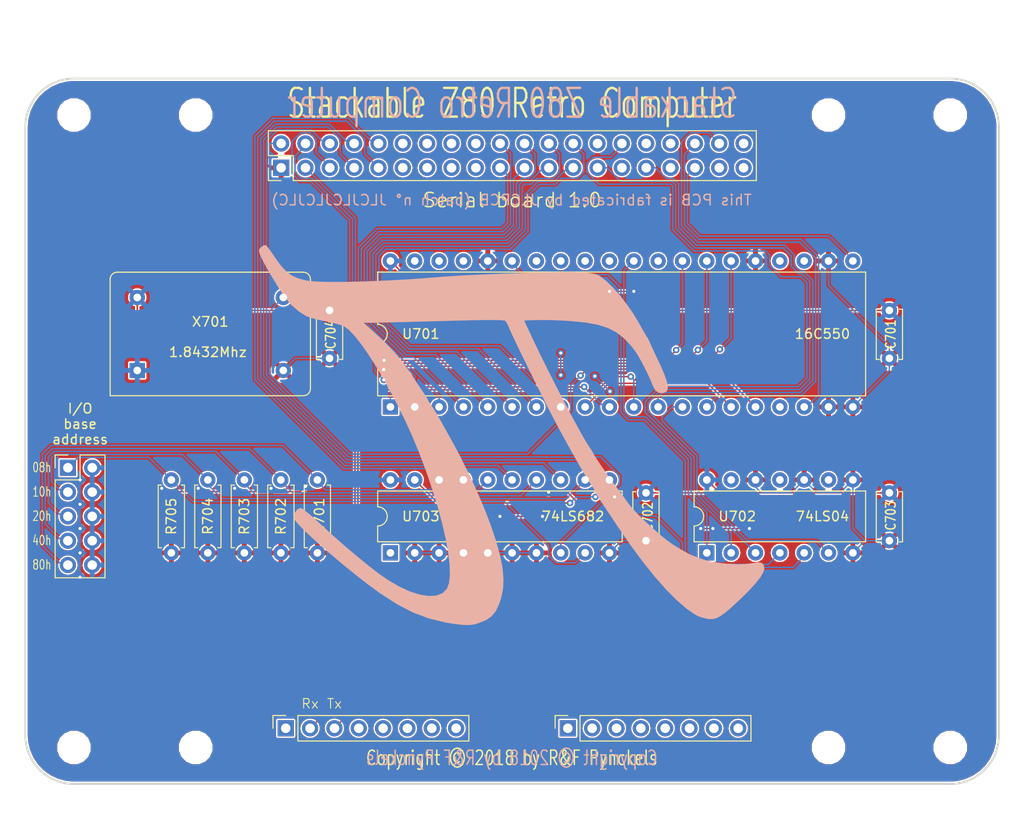
<source format=kicad_pcb>
(kicad_pcb (version 20171130) (host pcbnew "(5.0.0)")
  (title_block (title "S80 - Stackable Z80") (date 2018-10-22) (rev 1.0) (comment 1 "Copyright (c) 2018 by R&F Pynckels"))
  (layers (0 F.Cu signal) (31 B.Cu signal) (34 B.Paste user) (35 F.Paste user) (36 B.SilkS user) (37 F.SilkS user) (38 B.Mask user) (39 F.Mask user) (44 Edge.Cuts user))
  (net 0 "")
  (net 1 "/Breakout 2in/C0")
  (net 2 GND)
  (net 3 VCC)
  (net 4 "/Breakout 2in/A0")
  (net 5 "/Breakout 2in/A1")
  (net 6 "/Breakout 2in/A2")
  (net 7 "/Breakout 2in/A3")
  (net 8 "/Breakout 2in/A4")
  (net 9 "/Breakout 2in/A5")
  (net 10 "/Breakout 2in/A6")
  (net 11 "/Breakout 2in/A7")
  (net 12 "/Breakout 2in/D0")
  (net 13 "/Breakout 2in/D1")
  (net 14 "/Breakout 2in/D2")
  (net 15 "/Breakout 2in/D3")
  (net 16 "/Breakout 2in/D4")
  (net 17 "/Breakout 2in/D5")
  (net 18 "/Breakout 2in/D6")
  (net 19 "/Breakout 2in/D7")
  (net 20 "/Breakout 2in/C3")
  (net 21 "/Breakout 2in/C4")
  (net 22 "/Breakout 2in/C8")
  (net 23 "/Breakout 2in/C9")
  (net 24 "/Breakout 2in/C11")
  (net 25 "/Breakout 2in/U1")
  (net 26 "/Breakout 2in/U2")
  (net 27 "Net-(U701-Pad15)")
  (net 28 "Net-(U701-Pad30)")
  (net 29 "Net-(U701-Pad13)")
  (net 30 "Net-(U701-Pad35)")
  (net 31 "Net-(U701-Pad16)")
  (net 32 "Net-(U702-Pad5)")
  (net 33 "Net-(J701-Pad11)")
  (net 34 "Net-(J701-Pad12)")
  (net 35 "Net-(J701-Pad13)")
  (net 36 "Net-(J701-Pad14)")
  (net 37 "Net-(J701-Pad15)")
  (net 38 "Net-(J701-Pad16)")
  (net 39 "Net-(J701-Pad17)")
  (net 40 "Net-(J701-Pad18)")
  (net 41 "Net-(J701-Pad28)")
  (net 42 "Net-(J701-Pad29)")
  (net 43 "Net-(J701-Pad32)")
  (net 44 "Net-(J701-Pad33)")
  (net 45 "Net-(J701-Pad34)")
  (net 46 "Net-(J701-Pad37)")
  (net 47 "Net-(J701-Pad39)")
  (net 48 "Net-(J701-Pad40)")
  (net 49 "Net-(J702-Pad8)")
  (net 50 "Net-(J702-Pad7)")
  (net 51 "Net-(J702-Pad6)")
  (net 52 "Net-(J702-Pad5)")
  (net 53 "Net-(J702-Pad4)")
  (net 54 "Net-(J702-Pad1)")
  (net 55 "Net-(J703-Pad8)")
  (net 56 "Net-(J703-Pad7)")
  (net 57 "Net-(J703-Pad6)")
  (net 58 "Net-(J703-Pad5)")
  (net 59 "Net-(J703-Pad4)")
  (net 60 "Net-(J703-Pad3)")
  (net 61 "Net-(J703-Pad2)")
  (net 62 "Net-(J703-Pad1)")
  (net 63 "Net-(J704-Pad1)")
  (net 64 "Net-(J704-Pad3)")
  (net 65 "Net-(J704-Pad5)")
  (net 66 "Net-(J704-Pad7)")
  (net 67 "Net-(J704-Pad9)")
  (net 68 "Net-(U701-Pad23)")
  (net 69 "Net-(U701-Pad24)")
  (net 70 "Net-(U701-Pad29)")
  (net 71 "Net-(U701-Pad31)")
  (net 72 "Net-(U701-Pad32)")
  (net 73 "Net-(U701-Pad33)")
  (net 74 "Net-(U701-Pad34)")
  (net 75 "Net-(U701-Pad17)")
  (net 76 "Net-(U701-Pad37)")
  (net 77 "Net-(U701-Pad38)")
  (net 78 "Net-(U701-Pad39)")
  (net 79 "Net-(U702-Pad13)")
  (net 80 "Net-(U702-Pad11)")
  (net 81 "Net-(U702-Pad9)")
  (net 82 "Net-(U703-Pad1)")
  (module Resistor_THT:R_Axial_DIN0207_L6.3mm_D2.5mm_P7.62mm_Horizontal (layer F.Cu) (at 114.3 109.22 270)
    (fp_text reference R705 (at 3.81 0 270) (layer F.SilkS))
    (fp_text value 5K)
    (pad 1 thru_hole circle (at 0 0 270) (size 1.6 1.6) (drill 0.8) (layers *.Cu *.Mask) (net 63 "Net-(J704-Pad1)"))
    (pad 2 thru_hole oval (at 7.62 0 270) (size 1.6 1.6) (drill 0.8) (layers *.Cu *.Mask) (net 2 GND))
  )
  (module Pynckels:MountingHole_3.2mm_M3 (layer F.Cu) (at 195.58 137.16)
    (fp_text reference REF** hide)
    (fp_text value MountingHole_3.2mm_M3 hide)
    (pad 1 np_thru_hole circle (at 0 0) (size 3.2 3.2) (drill 3.2) (layers *.Cu *.Mask))
  )
  (module Pynckels:MountingHole_3.2mm_M3 (layer F.Cu) (at 182.88 137.16)
    (fp_text reference REF** hide)
    (fp_text value MountingHole_3.2mm_M3 hide)
    (pad 1 np_thru_hole circle (at 0 0) (size 3.2 3.2) (drill 3.2) (layers *.Cu *.Mask))
  )
  (module Pynckels:MountingHole_3.2mm_M3 (layer F.Cu) (at 104.14 137.16)
    (fp_text reference REF** hide)
    (fp_text value MountingHole_3.2mm_M3 hide)
    (pad 1 np_thru_hole circle (at 0 0) (size 3.2 3.2) (drill 3.2) (layers *.Cu *.Mask))
  )
  (module Pynckels:MountingHole_3.2mm_M3 (layer F.Cu) (at 116.84 137.16)
    (fp_text reference REF** hide)
    (fp_text value MountingHole_3.2mm_M3 hide)
    (pad 1 np_thru_hole circle (at 0 0) (size 3.2 3.2) (drill 3.2) (layers *.Cu *.Mask))
  )
  (module Pynckels:MountingHole_3.2mm_M3 (layer F.Cu) (at 182.88 71.12)
    (fp_text reference REF** hide)
    (fp_text value MountingHole_3.2mm_M3 hide)
    (pad 1 np_thru_hole circle (at 0 0) (size 3.2 3.2) (drill 3.2) (layers *.Cu *.Mask))
  )
  (module Pynckels:MountingHole_3.2mm_M3 (layer F.Cu) (at 195.58 71.12)
    (fp_text reference REF** hide)
    (fp_text value MountingHole_3.2mm_M3 hide)
    (pad 1 np_thru_hole circle (at 0 0) (size 3.2 3.2) (drill 3.2) (layers *.Cu *.Mask))
  )
  (module Pynckels:MountingHole_3.2mm_M3 (layer F.Cu) (at 116.84 71.12)
    (fp_text reference REF** hide)
    (fp_text value MountingHole_3.2mm_M3 hide)
    (pad 1 np_thru_hole circle (at 0 0) (size 3.2 3.2) (drill 3.2) (layers *.Cu *.Mask))
  )
  (module Pynckels:MountingHole_3.2mm_M3 (layer F.Cu) (at 104.14 71.12)
    (fp_text reference REF** hide)
    (fp_text value MountingHole_3.2mm_M3 hide)
    (pad 1 np_thru_hole circle (at 0 0) (size 3.2 3.2) (drill 3.2) (layers *.Cu *.Mask))
  )
  (module Package_DIP:DIP-40_W15.24mm (layer F.Cu) (at 137.16 101.6 90)
    (fp_text reference U701 (at 7.62 3.175 180) (layer F.SilkS))
    (fp_text value 16C550 (at 7.62 45.085 180) (layer F.SilkS))
    (pad 1 thru_hole rect (at 0 0 90) (size 1.6 1.6) (drill 0.8) (layers *.Cu *.Mask) (net 12 "/Breakout 2in/D0"))
    (pad 21 thru_hole oval (at 15.24 48.26 90) (size 1.6 1.6) (drill 0.8) (layers *.Cu *.Mask) (net 22 "/Breakout 2in/C8"))
    (pad 2 thru_hole oval (at 0 2.54 90) (size 1.6 1.6) (drill 0.8) (layers *.Cu *.Mask) (net 13 "/Breakout 2in/D1"))
    (pad 22 thru_hole oval (at 15.24 45.72 90) (size 1.6 1.6) (drill 0.8) (layers *.Cu *.Mask) (net 2 GND))
    (pad 3 thru_hole oval (at 0 5.08 90) (size 1.6 1.6) (drill 0.8) (layers *.Cu *.Mask) (net 14 "/Breakout 2in/D2"))
    (pad 23 thru_hole oval (at 15.24 43.18 90) (size 1.6 1.6) (drill 0.8) (layers *.Cu *.Mask) (net 68 "Net-(U701-Pad23)"))
    (pad 4 thru_hole oval (at 0 7.62 90) (size 1.6 1.6) (drill 0.8) (layers *.Cu *.Mask) (net 15 "/Breakout 2in/D3"))
    (pad 24 thru_hole oval (at 15.24 40.64 90) (size 1.6 1.6) (drill 0.8) (layers *.Cu *.Mask) (net 69 "Net-(U701-Pad24)"))
    (pad 5 thru_hole oval (at 0 10.16 90) (size 1.6 1.6) (drill 0.8) (layers *.Cu *.Mask) (net 16 "/Breakout 2in/D4"))
    (pad 25 thru_hole oval (at 15.24 38.1 90) (size 1.6 1.6) (drill 0.8) (layers *.Cu *.Mask) (net 2 GND))
    (pad 6 thru_hole oval (at 0 12.7 90) (size 1.6 1.6) (drill 0.8) (layers *.Cu *.Mask) (net 17 "/Breakout 2in/D5"))
    (pad 26 thru_hole oval (at 15.24 35.56 90) (size 1.6 1.6) (drill 0.8) (layers *.Cu *.Mask) (net 6 "/Breakout 2in/A2"))
    (pad 7 thru_hole oval (at 0 15.24 90) (size 1.6 1.6) (drill 0.8) (layers *.Cu *.Mask) (net 18 "/Breakout 2in/D6"))
    (pad 27 thru_hole oval (at 15.24 33.02 90) (size 1.6 1.6) (drill 0.8) (layers *.Cu *.Mask) (net 5 "/Breakout 2in/A1"))
    (pad 8 thru_hole oval (at 0 17.78 90) (size 1.6 1.6) (drill 0.8) (layers *.Cu *.Mask) (net 19 "/Breakout 2in/D7"))
    (pad 28 thru_hole oval (at 15.24 30.48 90) (size 1.6 1.6) (drill 0.8) (layers *.Cu *.Mask) (net 4 "/Breakout 2in/A0"))
    (pad 9 thru_hole oval (at 0 20.32 90) (size 1.6 1.6) (drill 0.8) (layers *.Cu *.Mask) (net 27 "Net-(U701-Pad15)"))
    (pad 29 thru_hole oval (at 15.24 27.94 90) (size 1.6 1.6) (drill 0.8) (layers *.Cu *.Mask) (net 70 "Net-(U701-Pad29)"))
    (pad 10 thru_hole oval (at 0 22.86 90) (size 1.6 1.6) (drill 0.8) (layers *.Cu *.Mask) (net 25 "/Breakout 2in/U1"))
    (pad 30 thru_hole oval (at 15.24 25.4 90) (size 1.6 1.6) (drill 0.8) (layers *.Cu *.Mask) (net 28 "Net-(U701-Pad30)"))
    (pad 11 thru_hole oval (at 0 25.4 90) (size 1.6 1.6) (drill 0.8) (layers *.Cu *.Mask) (net 26 "/Breakout 2in/U2"))
    (pad 31 thru_hole oval (at 15.24 22.86 90) (size 1.6 1.6) (drill 0.8) (layers *.Cu *.Mask) (net 71 "Net-(U701-Pad31)"))
    (pad 12 thru_hole oval (at 0 27.94 90) (size 1.6 1.6) (drill 0.8) (layers *.Cu *.Mask) (net 21 "/Breakout 2in/C4"))
    (pad 32 thru_hole oval (at 15.24 20.32 90) (size 1.6 1.6) (drill 0.8) (layers *.Cu *.Mask) (net 72 "Net-(U701-Pad32)"))
    (pad 13 thru_hole oval (at 0 30.48 90) (size 1.6 1.6) (drill 0.8) (layers *.Cu *.Mask) (net 29 "Net-(U701-Pad13)"))
    (pad 33 thru_hole oval (at 15.24 17.78 90) (size 1.6 1.6) (drill 0.8) (layers *.Cu *.Mask) (net 73 "Net-(U701-Pad33)"))
    (pad 14 thru_hole oval (at 0 33.02 90) (size 1.6 1.6) (drill 0.8) (layers *.Cu *.Mask) (net 24 "/Breakout 2in/C11"))
    (pad 34 thru_hole oval (at 15.24 15.24 90) (size 1.6 1.6) (drill 0.8) (layers *.Cu *.Mask) (net 74 "Net-(U701-Pad34)"))
    (pad 15 thru_hole oval (at 0 35.56 90) (size 1.6 1.6) (drill 0.8) (layers *.Cu *.Mask) (net 27 "Net-(U701-Pad15)"))
    (pad 35 thru_hole oval (at 15.24 12.7 90) (size 1.6 1.6) (drill 0.8) (layers *.Cu *.Mask) (net 30 "Net-(U701-Pad35)"))
    (pad 16 thru_hole oval (at 0 38.1 90) (size 1.6 1.6) (drill 0.8) (layers *.Cu *.Mask) (net 31 "Net-(U701-Pad16)"))
    (pad 36 thru_hole oval (at 15.24 10.16 90) (size 1.6 1.6) (drill 0.8) (layers *.Cu *.Mask) (net 2 GND))
    (pad 17 thru_hole oval (at 0 40.64 90) (size 1.6 1.6) (drill 0.8) (layers *.Cu *.Mask) (net 75 "Net-(U701-Pad17)"))
    (pad 37 thru_hole oval (at 15.24 7.62 90) (size 1.6 1.6) (drill 0.8) (layers *.Cu *.Mask) (net 76 "Net-(U701-Pad37)"))
    (pad 18 thru_hole oval (at 0 43.18 90) (size 1.6 1.6) (drill 0.8) (layers *.Cu *.Mask) (net 23 "/Breakout 2in/C9"))
    (pad 38 thru_hole oval (at 15.24 5.08 90) (size 1.6 1.6) (drill 0.8) (layers *.Cu *.Mask) (net 77 "Net-(U701-Pad38)"))
    (pad 19 thru_hole oval (at 0 45.72 90) (size 1.6 1.6) (drill 0.8) (layers *.Cu *.Mask) (net 2 GND))
    (pad 39 thru_hole oval (at 15.24 2.54 90) (size 1.6 1.6) (drill 0.8) (layers *.Cu *.Mask) (net 78 "Net-(U701-Pad39)"))
    (pad 20 thru_hole oval (at 0 48.26 90) (size 1.6 1.6) (drill 0.8) (layers *.Cu *.Mask) (net 2 GND))
    (pad 40 thru_hole oval (at 15.24 0 90) (size 1.6 1.6) (drill 0.8) (layers *.Cu *.Mask) (net 3 VCC))
  )
  (module Pynckels:pi (layer B.Cu) (at 150.622 104.14 180)
    (fp_text reference G*** hide)
    (fp_text value LOGO hide)
  )
  (module Pynckels:PinSocket_2x20_P2.54mm_Vertical (layer F.Cu) (at 125.7554 76.6318 90)
    (fp_text reference J701 hide)
    (fp_text value 02x20 hide)
    (pad 1 thru_hole rect (at 0 0 90) (size 1.7 1.7) (drill 1) (layers *.Cu *.Mask) (net 2 GND))
    (pad 2 thru_hole oval (at 2.54 0 90) (size 1.7 1.7) (drill 1) (layers *.Cu *.Mask) (net 3 VCC))
    (pad 3 thru_hole oval (at 0 2.54 90) (size 1.7 1.7) (drill 1) (layers *.Cu *.Mask) (net 4 "/Breakout 2in/A0"))
    (pad 4 thru_hole oval (at 2.54 2.54 90) (size 1.7 1.7) (drill 1) (layers *.Cu *.Mask) (net 5 "/Breakout 2in/A1"))
    (pad 5 thru_hole oval (at 0 5.08 90) (size 1.7 1.7) (drill 1) (layers *.Cu *.Mask) (net 6 "/Breakout 2in/A2"))
    (pad 6 thru_hole oval (at 2.54 5.08 90) (size 1.7 1.7) (drill 1) (layers *.Cu *.Mask) (net 7 "/Breakout 2in/A3"))
    (pad 7 thru_hole oval (at 0 7.62 90) (size 1.7 1.7) (drill 1) (layers *.Cu *.Mask) (net 8 "/Breakout 2in/A4"))
    (pad 8 thru_hole oval (at 2.54 7.62 90) (size 1.7 1.7) (drill 1) (layers *.Cu *.Mask) (net 9 "/Breakout 2in/A5"))
    (pad 9 thru_hole oval (at 0 10.16 90) (size 1.7 1.7) (drill 1) (layers *.Cu *.Mask) (net 10 "/Breakout 2in/A6"))
    (pad 10 thru_hole oval (at 2.54 10.16 90) (size 1.7 1.7) (drill 1) (layers *.Cu *.Mask) (net 11 "/Breakout 2in/A7"))
    (pad 11 thru_hole oval (at 0 12.7 90) (size 1.7 1.7) (drill 1) (layers *.Cu *.Mask) (net 33 "Net-(J701-Pad11)"))
    (pad 12 thru_hole oval (at 2.54 12.7 90) (size 1.7 1.7) (drill 1) (layers *.Cu *.Mask) (net 34 "Net-(J701-Pad12)"))
    (pad 13 thru_hole oval (at 0 15.24 90) (size 1.7 1.7) (drill 1) (layers *.Cu *.Mask) (net 35 "Net-(J701-Pad13)"))
    (pad 14 thru_hole oval (at 2.54 15.24 90) (size 1.7 1.7) (drill 1) (layers *.Cu *.Mask) (net 36 "Net-(J701-Pad14)"))
    (pad 15 thru_hole oval (at 0 17.78 90) (size 1.7 1.7) (drill 1) (layers *.Cu *.Mask) (net 37 "Net-(J701-Pad15)"))
    (pad 16 thru_hole oval (at 2.54 17.78 90) (size 1.7 1.7) (drill 1) (layers *.Cu *.Mask) (net 38 "Net-(J701-Pad16)"))
    (pad 17 thru_hole oval (at 0 20.32 90) (size 1.7 1.7) (drill 1) (layers *.Cu *.Mask) (net 39 "Net-(J701-Pad17)"))
    (pad 18 thru_hole oval (at 2.54 20.32 90) (size 1.7 1.7) (drill 1) (layers *.Cu *.Mask) (net 40 "Net-(J701-Pad18)"))
    (pad 19 thru_hole oval (at 0 22.86 90) (size 1.7 1.7) (drill 1) (layers *.Cu *.Mask) (net 12 "/Breakout 2in/D0"))
    (pad 20 thru_hole oval (at 2.54 22.86 90) (size 1.7 1.7) (drill 1) (layers *.Cu *.Mask) (net 13 "/Breakout 2in/D1"))
    (pad 21 thru_hole oval (at 0 25.4 90) (size 1.7 1.7) (drill 1) (layers *.Cu *.Mask) (net 14 "/Breakout 2in/D2"))
    (pad 22 thru_hole oval (at 2.54 25.4 90) (size 1.7 1.7) (drill 1) (layers *.Cu *.Mask) (net 15 "/Breakout 2in/D3"))
    (pad 23 thru_hole oval (at 0 27.94 90) (size 1.7 1.7) (drill 1) (layers *.Cu *.Mask) (net 16 "/Breakout 2in/D4"))
    (pad 24 thru_hole oval (at 2.54 27.94 90) (size 1.7 1.7) (drill 1) (layers *.Cu *.Mask) (net 17 "/Breakout 2in/D5"))
    (pad 25 thru_hole oval (at 0 30.48 90) (size 1.7 1.7) (drill 1) (layers *.Cu *.Mask) (net 18 "/Breakout 2in/D6"))
    (pad 26 thru_hole oval (at 2.54 30.48 90) (size 1.7 1.7) (drill 1) (layers *.Cu *.Mask) (net 19 "/Breakout 2in/D7"))
    (pad 27 thru_hole oval (at 0 33.02 90) (size 1.7 1.7) (drill 1) (layers *.Cu *.Mask) (net 1 "/Breakout 2in/C0"))
    (pad 28 thru_hole oval (at 2.54 33.02 90) (size 1.7 1.7) (drill 1) (layers *.Cu *.Mask) (net 41 "Net-(J701-Pad28)"))
    (pad 29 thru_hole oval (at 0 35.56 90) (size 1.7 1.7) (drill 1) (layers *.Cu *.Mask) (net 42 "Net-(J701-Pad29)"))
    (pad 30 thru_hole oval (at 2.54 35.56 90) (size 1.7 1.7) (drill 1) (layers *.Cu *.Mask) (net 20 "/Breakout 2in/C3"))
    (pad 31 thru_hole oval (at 0 38.1 90) (size 1.7 1.7) (drill 1) (layers *.Cu *.Mask) (net 21 "/Breakout 2in/C4"))
    (pad 32 thru_hole oval (at 2.54 38.1 90) (size 1.7 1.7) (drill 1) (layers *.Cu *.Mask) (net 43 "Net-(J701-Pad32)"))
    (pad 33 thru_hole oval (at 0 40.64 90) (size 1.7 1.7) (drill 1) (layers *.Cu *.Mask) (net 44 "Net-(J701-Pad33)"))
    (pad 34 thru_hole oval (at 2.54 40.64 90) (size 1.7 1.7) (drill 1) (layers *.Cu *.Mask) (net 45 "Net-(J701-Pad34)"))
    (pad 35 thru_hole oval (at 0 43.18 90) (size 1.7 1.7) (drill 1) (layers *.Cu *.Mask) (net 22 "/Breakout 2in/C8"))
    (pad 36 thru_hole oval (at 2.54 43.18 90) (size 1.7 1.7) (drill 1) (layers *.Cu *.Mask) (net 23 "/Breakout 2in/C9"))
    (pad 37 thru_hole oval (at 0 45.72 90) (size 1.7 1.7) (drill 1) (layers *.Cu *.Mask) (net 46 "Net-(J701-Pad37)"))
    (pad 38 thru_hole oval (at 2.54 45.72 90) (size 1.7 1.7) (drill 1) (layers *.Cu *.Mask) (net 24 "/Breakout 2in/C11"))
    (pad 39 thru_hole oval (at 0 48.26 90) (size 1.7 1.7) (drill 1) (layers *.Cu *.Mask) (net 47 "Net-(J701-Pad39)"))
    (pad 40 thru_hole oval (at 2.54 48.26 90) (size 1.7 1.7) (drill 1) (layers *.Cu *.Mask) (net 48 "Net-(J701-Pad40)"))
  )
  (module Connector_PinSocket_2.54mm:PinSocket_1x08_P2.54mm_Vertical (layer F.Cu) (at 126.238 135.1534 90)
    (fp_text reference J702 hide)
    (fp_text value 01x08 hide)
    (pad 8 thru_hole oval (at 0 17.78 90) (size 1.7 1.7) (drill 1) (layers *.Cu *.Mask) (net 49 "Net-(J702-Pad8)"))
    (pad 7 thru_hole oval (at 0 15.24 90) (size 1.7 1.7) (drill 1) (layers *.Cu *.Mask) (net 50 "Net-(J702-Pad7)"))
    (pad 6 thru_hole oval (at 0 12.7 90) (size 1.7 1.7) (drill 1) (layers *.Cu *.Mask) (net 51 "Net-(J702-Pad6)"))
    (pad 5 thru_hole oval (at 0 10.16 90) (size 1.7 1.7) (drill 1) (layers *.Cu *.Mask) (net 52 "Net-(J702-Pad5)"))
    (pad 4 thru_hole oval (at 0 7.62 90) (size 1.7 1.7) (drill 1) (layers *.Cu *.Mask) (net 53 "Net-(J702-Pad4)"))
    (pad 3 thru_hole oval (at 0 5.08 90) (size 1.7 1.7) (drill 1) (layers *.Cu *.Mask) (net 26 "/Breakout 2in/U2"))
    (pad 2 thru_hole oval (at 0 2.54 90) (size 1.7 1.7) (drill 1) (layers *.Cu *.Mask) (net 25 "/Breakout 2in/U1"))
    (pad 1 thru_hole rect (at 0 0 90) (size 1.7 1.7) (drill 1) (layers *.Cu *.Mask) (net 54 "Net-(J702-Pad1)"))
  )
  (module Connector_PinSocket_2.54mm:PinSocket_1x08_P2.54mm_Vertical (layer F.Cu) (at 155.6766 135.1534 90)
    (fp_text reference J703 hide)
    (fp_text value 01x08 hide)
    (pad 8 thru_hole oval (at 0 17.78 90) (size 1.7 1.7) (drill 1) (layers *.Cu *.Mask) (net 55 "Net-(J703-Pad8)"))
    (pad 7 thru_hole oval (at 0 15.24 90) (size 1.7 1.7) (drill 1) (layers *.Cu *.Mask) (net 56 "Net-(J703-Pad7)"))
    (pad 6 thru_hole oval (at 0 12.7 90) (size 1.7 1.7) (drill 1) (layers *.Cu *.Mask) (net 57 "Net-(J703-Pad6)"))
    (pad 5 thru_hole oval (at 0 10.16 90) (size 1.7 1.7) (drill 1) (layers *.Cu *.Mask) (net 58 "Net-(J703-Pad5)"))
    (pad 4 thru_hole oval (at 0 7.62 90) (size 1.7 1.7) (drill 1) (layers *.Cu *.Mask) (net 59 "Net-(J703-Pad4)"))
    (pad 3 thru_hole oval (at 0 5.08 90) (size 1.7 1.7) (drill 1) (layers *.Cu *.Mask) (net 60 "Net-(J703-Pad3)"))
    (pad 2 thru_hole oval (at 0 2.54 90) (size 1.7 1.7) (drill 1) (layers *.Cu *.Mask) (net 61 "Net-(J703-Pad2)"))
    (pad 1 thru_hole rect (at 0 0 90) (size 1.7 1.7) (drill 1) (layers *.Cu *.Mask) (net 62 "Net-(J703-Pad1)"))
  )
  (module Capacitor_THT:C_Disc_D5.0mm_W2.5mm_P5.00mm (layer F.Cu) (at 189.23 96.52 90)
    (fp_text reference C701 (at 2.5 0.142999 90) (layer F.SilkS) (effects (font (size 1 0.8))))
    (fp_text value 100pf hide)
    (pad 1 thru_hole circle (at 0 0 90) (size 1.6 1.6) (drill 0.8) (layers *.Cu *.Mask) (net 2 GND))
    (pad 2 thru_hole circle (at 5 0 90) (size 1.6 1.6) (drill 0.8) (layers *.Cu *.Mask) (net 3 VCC))
  )
  (module Capacitor_THT:C_Disc_D5.0mm_W2.5mm_P5.00mm (layer F.Cu) (at 163.83 115.57 90)
    (fp_text reference C702 (at 2.5 0.192999 90) (layer F.SilkS) (effects (font (size 1 0.8))))
    (fp_text value 100pf hide)
    (pad 2 thru_hole circle (at 5 0 90) (size 1.6 1.6) (drill 0.8) (layers *.Cu *.Mask) (net 3 VCC))
    (pad 1 thru_hole circle (at 0 0 90) (size 1.6 1.6) (drill 0.8) (layers *.Cu *.Mask) (net 2 GND))
  )
  (module Capacitor_THT:C_Disc_D5.0mm_W2.5mm_P5.00mm (layer F.Cu) (at 189.23 115.57 90)
    (fp_text reference C703 (at 2.606999 0.142999 90) (layer F.SilkS) (effects (font (size 1 0.8))))
    (fp_text value 100pf hide)
    (pad 1 thru_hole circle (at 0 0 90) (size 1.6 1.6) (drill 0.8) (layers *.Cu *.Mask) (net 2 GND))
    (pad 2 thru_hole circle (at 5 0 90) (size 1.6 1.6) (drill 0.8) (layers *.Cu *.Mask) (net 3 VCC))
  )
  (module Capacitor_THT:C_Disc_D5.0mm_W2.5mm_P5.00mm (layer F.Cu) (at 130.81 96.52 90)
    (fp_text reference C704 (at 2.5 0.122999 90) (layer F.SilkS) (effects (font (size 1 0.8))))
    (fp_text value 100pf hide)
    (pad 1 thru_hole circle (at 0 0 90) (size 1.6 1.6) (drill 0.8) (layers *.Cu *.Mask) (net 2 GND))
    (pad 2 thru_hole circle (at 5 0 90) (size 1.6 1.6) (drill 0.8) (layers *.Cu *.Mask) (net 3 VCC))
  )
  (module Package_DIP:DIP-14_W7.62mm (layer F.Cu) (at 170.18 116.84 90)
    (fp_text reference U702 (at 3.81 3.175 180) (layer F.SilkS))
    (fp_text value 74LS04 (at 3.81 12.065 180) (layer F.SilkS))
    (pad 14 thru_hole oval (at 7.62 0 90) (size 1.6 1.6) (drill 0.8) (layers *.Cu *.Mask) (net 3 VCC))
    (pad 7 thru_hole oval (at 0 15.24 90) (size 1.6 1.6) (drill 0.8) (layers *.Cu *.Mask) (net 2 GND))
    (pad 13 thru_hole oval (at 7.62 2.54 90) (size 1.6 1.6) (drill 0.8) (layers *.Cu *.Mask) (net 79 "Net-(U702-Pad13)"))
    (pad 6 thru_hole oval (at 0 12.7 90) (size 1.6 1.6) (drill 0.8) (layers *.Cu *.Mask) (net 29 "Net-(U701-Pad13)"))
    (pad 12 thru_hole oval (at 7.62 5.08 90) (size 1.6 1.6) (drill 0.8) (layers *.Cu *.Mask) (net 2 GND))
    (pad 5 thru_hole oval (at 0 10.16 90) (size 1.6 1.6) (drill 0.8) (layers *.Cu *.Mask) (net 32 "Net-(U702-Pad5)"))
    (pad 11 thru_hole oval (at 7.62 7.62 90) (size 1.6 1.6) (drill 0.8) (layers *.Cu *.Mask) (net 80 "Net-(U702-Pad11)"))
    (pad 4 thru_hole oval (at 0 7.62 90) (size 1.6 1.6) (drill 0.8) (layers *.Cu *.Mask) (net 30 "Net-(U701-Pad35)"))
    (pad 10 thru_hole oval (at 7.62 10.16 90) (size 1.6 1.6) (drill 0.8) (layers *.Cu *.Mask) (net 2 GND))
    (pad 3 thru_hole oval (at 0 5.08 90) (size 1.6 1.6) (drill 0.8) (layers *.Cu *.Mask) (net 1 "/Breakout 2in/C0"))
    (pad 9 thru_hole oval (at 7.62 12.7 90) (size 1.6 1.6) (drill 0.8) (layers *.Cu *.Mask) (net 81 "Net-(U702-Pad9)"))
    (pad 2 thru_hole oval (at 0 2.54 90) (size 1.6 1.6) (drill 0.8) (layers *.Cu *.Mask) (net 20 "/Breakout 2in/C3"))
    (pad 8 thru_hole oval (at 7.62 15.24 90) (size 1.6 1.6) (drill 0.8) (layers *.Cu *.Mask) (net 2 GND))
    (pad 1 thru_hole rect (at 0 0 90) (size 1.6 1.6) (drill 0.8) (layers *.Cu *.Mask) (net 28 "Net-(U701-Pad30)"))
  )
  (module Package_DIP:DIP-20_W7.62mm (layer F.Cu) (at 137.16 116.84 90)
    (fp_text reference U703 (at 3.81 3.175 180) (layer F.SilkS))
    (fp_text value 74LS682 (at 3.81 19.05 180) (layer F.SilkS))
    (pad 1 thru_hole rect (at 0 0 90) (size 1.6 1.6) (drill 0.8) (layers *.Cu *.Mask) (net 82 "Net-(U703-Pad1)"))
    (pad 11 thru_hole oval (at 7.62 22.86 90) (size 1.6 1.6) (drill 0.8) (layers *.Cu *.Mask) (net 8 "/Breakout 2in/A4"))
    (pad 2 thru_hole oval (at 0 2.54 90) (size 1.6 1.6) (drill 0.8) (layers *.Cu *.Mask) (net 2 GND))
    (pad 12 thru_hole oval (at 7.62 20.32 90) (size 1.6 1.6) (drill 0.8) (layers *.Cu *.Mask) (net 64 "Net-(J704-Pad3)"))
    (pad 3 thru_hole oval (at 0 5.08 90) (size 1.6 1.6) (drill 0.8) (layers *.Cu *.Mask) (net 2 GND))
    (pad 13 thru_hole oval (at 7.62 17.78 90) (size 1.6 1.6) (drill 0.8) (layers *.Cu *.Mask) (net 9 "/Breakout 2in/A5"))
    (pad 4 thru_hole oval (at 0 7.62 90) (size 1.6 1.6) (drill 0.8) (layers *.Cu *.Mask) (net 2 GND))
    (pad 14 thru_hole oval (at 7.62 15.24 90) (size 1.6 1.6) (drill 0.8) (layers *.Cu *.Mask) (net 65 "Net-(J704-Pad5)"))
    (pad 5 thru_hole oval (at 0 10.16 90) (size 1.6 1.6) (drill 0.8) (layers *.Cu *.Mask) (net 2 GND))
    (pad 15 thru_hole oval (at 7.62 12.7 90) (size 1.6 1.6) (drill 0.8) (layers *.Cu *.Mask) (net 10 "/Breakout 2in/A6"))
    (pad 6 thru_hole oval (at 0 12.7 90) (size 1.6 1.6) (drill 0.8) (layers *.Cu *.Mask) (net 2 GND))
    (pad 16 thru_hole oval (at 7.62 10.16 90) (size 1.6 1.6) (drill 0.8) (layers *.Cu *.Mask) (net 66 "Net-(J704-Pad7)"))
    (pad 7 thru_hole oval (at 0 15.24 90) (size 1.6 1.6) (drill 0.8) (layers *.Cu *.Mask) (net 2 GND))
    (pad 17 thru_hole oval (at 7.62 7.62 90) (size 1.6 1.6) (drill 0.8) (layers *.Cu *.Mask) (net 11 "/Breakout 2in/A7"))
    (pad 8 thru_hole oval (at 0 17.78 90) (size 1.6 1.6) (drill 0.8) (layers *.Cu *.Mask) (net 7 "/Breakout 2in/A3"))
    (pad 18 thru_hole oval (at 7.62 5.08 90) (size 1.6 1.6) (drill 0.8) (layers *.Cu *.Mask) (net 67 "Net-(J704-Pad9)"))
    (pad 9 thru_hole oval (at 0 20.32 90) (size 1.6 1.6) (drill 0.8) (layers *.Cu *.Mask) (net 63 "Net-(J704-Pad1)"))
    (pad 19 thru_hole oval (at 7.62 2.54 90) (size 1.6 1.6) (drill 0.8) (layers *.Cu *.Mask) (net 32 "Net-(U702-Pad5)"))
    (pad 10 thru_hole oval (at 0 22.86 90) (size 1.6 1.6) (drill 0.8) (layers *.Cu *.Mask) (net 2 GND))
    (pad 20 thru_hole oval (at 7.62 0 90) (size 1.6 1.6) (drill 0.8) (layers *.Cu *.Mask) (net 3 VCC))
  )
  (module Oscillator:Oscillator_DIP-14 (layer F.Cu) (at 110.744 97.79)
    (fp_text reference X701 (at 7.62 -5.08) (layer F.SilkS))
    (fp_text value 1.8432Mhz (at 7.366 -1.905) (layer F.SilkS))
    (pad 1 thru_hole rect (at 0 0) (size 1.6 1.6) (drill 0.8) (layers *.Cu *.Mask) (net 3 VCC))
    (pad 14 thru_hole circle (at 0 -7.62) (size 1.6 1.6) (drill 0.8) (layers *.Cu *.Mask) (net 3 VCC))
    (pad 8 thru_hole circle (at 15.24 -7.62) (size 1.6 1.6) (drill 0.8) (layers *.Cu *.Mask) (net 31 "Net-(U701-Pad16)"))
    (pad 7 thru_hole circle (at 15.24 0) (size 1.6 1.6) (drill 0.8) (layers *.Cu *.Mask) (net 2 GND))
  )
  (module Resistor_THT:R_Axial_DIN0207_L6.3mm_D2.5mm_P7.62mm_Horizontal (layer F.Cu) (at 129.54 109.22 270)
    (fp_text reference R701 (at 3.81 -0.205001 270) (layer F.SilkS))
    (fp_text value 5K)
    (pad 2 thru_hole oval (at 7.62 0 270) (size 1.6 1.6) (drill 0.8) (layers *.Cu *.Mask) (net 2 GND))
    (pad 1 thru_hole circle (at 0 0 270) (size 1.6 1.6) (drill 0.8) (layers *.Cu *.Mask) (net 67 "Net-(J704-Pad9)"))
  )
  (module Resistor_THT:R_Axial_DIN0207_L6.3mm_D2.5mm_P7.62mm_Horizontal (layer F.Cu) (at 125.73 109.22 270)
    (fp_text reference R702 (at 3.81 0 270) (layer F.SilkS))
    (fp_text value 5K)
    (pad 1 thru_hole circle (at 0 0 270) (size 1.6 1.6) (drill 0.8) (layers *.Cu *.Mask) (net 66 "Net-(J704-Pad7)"))
    (pad 2 thru_hole oval (at 7.62 0 270) (size 1.6 1.6) (drill 0.8) (layers *.Cu *.Mask) (net 2 GND))
  )
  (module Resistor_THT:R_Axial_DIN0207_L6.3mm_D2.5mm_P7.62mm_Horizontal (layer F.Cu) (at 121.92 109.22 270)
    (fp_text reference R703 (at 3.81 0 270) (layer F.SilkS))
    (fp_text value 5K)
    (pad 1 thru_hole circle (at 0 0 270) (size 1.6 1.6) (drill 0.8) (layers *.Cu *.Mask) (net 65 "Net-(J704-Pad5)"))
    (pad 2 thru_hole oval (at 7.62 0 270) (size 1.6 1.6) (drill 0.8) (layers *.Cu *.Mask) (net 2 GND))
  )
  (module Resistor_THT:R_Axial_DIN0207_L6.3mm_D2.5mm_P7.62mm_Horizontal (layer F.Cu) (at 118.11 109.22 270)
    (fp_text reference R704 (at 3.794999 0 270) (layer F.SilkS))
    (fp_text value 5K)
    (pad 2 thru_hole oval (at 7.62 0 270) (size 1.6 1.6) (drill 0.8) (layers *.Cu *.Mask) (net 2 GND))
    (pad 1 thru_hole circle (at 0 0 270) (size 1.6 1.6) (drill 0.8) (layers *.Cu *.Mask) (net 64 "Net-(J704-Pad3)"))
  )
  (module Connector_PinHeader_2.54mm:PinHeader_2x05_P2.54mm_Vertical (layer F.Cu) (at 103.505 107.95)
    (fp_text reference J704 hide)
    (fp_text value 02x05)
    (pad 1 thru_hole rect (at 0 0) (size 1.7 1.7) (drill 1) (layers *.Cu *.Mask) (net 63 "Net-(J704-Pad1)"))
    (pad 2 thru_hole oval (at 2.54 0) (size 1.7 1.7) (drill 1) (layers *.Cu *.Mask) (net 3 VCC))
    (pad 3 thru_hole oval (at 0 2.54) (size 1.7 1.7) (drill 1) (layers *.Cu *.Mask) (net 64 "Net-(J704-Pad3)"))
    (pad 4 thru_hole oval (at 2.54 2.54) (size 1.7 1.7) (drill 1) (layers *.Cu *.Mask) (net 3 VCC))
    (pad 5 thru_hole oval (at 0 5.08) (size 1.7 1.7) (drill 1) (layers *.Cu *.Mask) (net 65 "Net-(J704-Pad5)"))
    (pad 6 thru_hole oval (at 2.54 5.08) (size 1.7 1.7) (drill 1) (layers *.Cu *.Mask) (net 3 VCC))
    (pad 7 thru_hole oval (at 0 7.62) (size 1.7 1.7) (drill 1) (layers *.Cu *.Mask) (net 66 "Net-(J704-Pad7)"))
    (pad 8 thru_hole oval (at 2.54 7.62) (size 1.7 1.7) (drill 1) (layers *.Cu *.Mask) (net 3 VCC))
    (pad 9 thru_hole oval (at 0 10.16) (size 1.7 1.7) (drill 1) (layers *.Cu *.Mask) (net 67 "Net-(J704-Pad9)"))
    (pad 10 thru_hole oval (at 2.54 10.16) (size 1.7 1.7) (drill 1) (layers *.Cu *.Mask) (net 3 VCC))
  )
  (gr_text "This PCB is fabricated by JLCPCB (batch n° JLCJLCJLCJLC)" (at 149.8 80) (layer B.SilkS) (effects (font (size 1.1 1.1)) (justify mirror)))
  (gr_text "Serial board 1.0" (at 149.86 80.01) (layer F.SilkS) (effects (font (size 1.5 1.5))))
  (gr_text "I/O\nbase\naddress" (at 104.78 103.38) (layer F.SilkS) (effects (font (size 1 1))))
  (gr_text 80h (at 100.79 118.08) (layer F.SilkS) (effects (font (size 1 0.7) (thickness 0.1))))
  (gr_text 40h (at 100.79 115.54) (layer F.SilkS) (effects (font (size 1 0.7) (thickness 0.1))))
  (gr_text 20h (at 100.79 113) (layer F.SilkS) (effects (font (size 1 0.7) (thickness 0.1))))
  (gr_text 10h (at 100.79 110.46) (layer F.SilkS) (effects (font (size 1 0.7) (thickness 0.1))))
  (gr_text 08h (at 100.79 107.92) (layer F.SilkS) (effects (font (size 1 0.7) (thickness 0.1))))
  (gr_text Tx (at 131.318 132.588) (layer F.SilkS) (effects (font (size 1 1) (thickness 0.1))))
  (gr_text Rx (at 128.778 132.588) (layer F.SilkS) (effects (font (size 1 1) (thickness 0.1))))
  (gr_text "Copyright © 2018 by R&F Pynckels" (at 149.82952 138.24712) (layer B.SilkS) (effects (font (size 1.5 1.1)) (justify mirror)))
  (gr_text "Stackable Z80 Retro Computer" (at 149.86 69.9102) (layer B.SilkS) (effects (font (size 3 2) (thickness 0.25)) (justify mirror)))
  (gr_text "Copyright © 2018 by R&F Pynckels" (at 149.82952 138.24712) (layer F.SilkS) (effects (font (size 1.5 1.1))))
  (gr_text "Stackable Z80 Retro Computer" (at 149.86 69.9102) (layer F.SilkS) (effects (font (size 3 2) (thickness 0.25))))
  (gr_line (start 200.66 135.89) (end 200.66 72.39254) (layer Edge.Cuts) (width 0.2))
  (gr_line (start 104.14 140.97) (end 195.58 140.97) (layer Edge.Cuts) (width 0.2))
  (gr_line (start 99.06 72.39) (end 99.06 135.89) (layer Edge.Cuts) (width 0.2))
  (gr_line (start 195.58 67.31) (end 104.14 67.31) (layer Edge.Cuts) (width 0.2))
  (gr_arc (start 195.58 72.39) (end 200.66 72.39) (angle -90) (layer Edge.Cuts) (width 0.2))
  (gr_arc (start 195.58 135.89) (end 195.58 140.97) (angle -90) (layer Edge.Cuts) (width 0.2))
  (gr_arc (start 104.14 135.89) (end 99.06 135.89) (angle -90) (layer Edge.Cuts) (width 0.2))
  (gr_arc (start 104.14 72.39) (end 104.14 67.31) (angle -90) (layer Edge.Cuts) (width 0.2))
  (segment (start 158.7754 76.6318) (end 158.8389 76.6318) (width 0.1524) (layer B.Cu) (net 1))
  (segment (start 158.7754 76.6318) (end 158.9786 76.6318) (width 0.1524) (layer B.Cu) (net 1))
  (segment (start 168.8465 110.4265) (end 169.08272 110.66272) (width 0.1524) (layer B.Cu) (net 1))
  (segment (start 166.546002 78.038962) (end 161.178242 78.038962) (width 0.1524) (layer B.Cu) (net 1))
  (segment (start 158.7754 76.6318) (end 159.77108 76.6318) (width 0.1524) (layer B.Cu) (net 1))
  (segment (start 159.77108 76.6318) (end 161.178242 78.038962) (width 0.1524) (layer B.Cu) (net 1))
  (segment (start 178.993798 85.852) (end 178.993798 85.92566) (width 0.1524) (layer B.Cu) (net 1))
  (segment (start 168.8465 106.82478) (end 168.8465 110.4265) (width 0.1524) (layer B.Cu) (net 1))
  (segment (start 164.06368 102.04196) (end 168.8465 106.82478) (width 0.1524) (layer B.Cu) (net 1))
  (segment (start 164.06368 101.16058) (end 164.06368 102.04196) (width 0.1524) (layer B.Cu) (net 1))
  (segment (start 165.440364 99.783896) (end 164.06368 101.16058) (width 0.1524) (layer B.Cu) (net 1))
  (segment (start 179.82333 99.783896) (end 165.440364 99.783896) (width 0.1524) (layer B.Cu) (net 1))
  (segment (start 180.926734 98.680492) (end 179.82333 99.783896) (width 0.1524) (layer B.Cu) (net 1))
  (segment (start 180.926734 88.49793) (end 180.926734 98.680492) (width 0.1524) (layer B.Cu) (net 1))
  (segment (start 180.127386 87.698582) (end 180.926734 88.49793) (width 0.1524) (layer B.Cu) (net 1))
  (segment (start 179.774326 87.698582) (end 180.127386 87.698582) (width 0.1524) (layer B.Cu) (net 1))
  (segment (start 178.993798 86.918054) (end 179.774326 87.698582) (width 0.1524) (layer B.Cu) (net 1))
  (segment (start 172.7708 114.3508) (end 169.08272 110.66272) (width 0.1524) (layer B.Cu) (net 1))
  (segment (start 172.7708 114.3508) (end 175.26 116.84) (width 0.1524) (layer B.Cu) (net 1))
  (segment (start 178.993798 85.92566) (end 178.993798 86.918054) (width 0.1524) (layer B.Cu) (net 1))
  (segment (start 166.928794 82.962526) (end 166.928794 78.421754) (width 0.1524) (layer B.Cu) (net 1))
  (segment (start 166.928794 78.421754) (end 166.546002 78.038962) (width 0.1524) (layer B.Cu) (net 1))
  (segment (start 178.993798 85.852) (end 178.993798 85.841838) (width 0.1524) (layer B.Cu) (net 1))
  (segment (start 178.993798 85.841838) (end 178.160678 85.008718) (width 0.1524) (layer B.Cu) (net 1))
  (segment (start 178.160678 85.008718) (end 168.974986 85.008718) (width 0.1524) (layer B.Cu) (net 1))
  (segment (start 168.974986 85.008718) (end 166.928794 82.962526) (width 0.1524) (layer B.Cu) (net 1))
  (via (at 154.94 98.27768) (size 0.6858) (drill 0.3302) (layers F.Cu B.Cu) (net 2))
  (segment (start 189.23 115.57) (end 186.69 115.57) (width 0.1524) (layer B.Cu) (net 2))
  (segment (start 186.69 115.57) (end 185.42 116.84) (width 0.1524) (layer B.Cu) (net 2))
  (segment (start 163.83 115.57) (end 161.29 115.57) (width 0.1524) (layer B.Cu) (net 2))
  (segment (start 161.29 115.57) (end 160.02 116.84) (width 0.1524) (layer B.Cu) (net 2))
  (segment (start 130.81 96.52) (end 127.254 96.52) (width 0.1524) (layer B.Cu) (net 2))
  (segment (start 127.254 96.52) (end 125.984 97.79) (width 0.1524) (layer B.Cu) (net 2))
  (segment (start 189.23 96.52) (end 189.23 97.79) (width 0.1524) (layer B.Cu) (net 2))
  (segment (start 189.23 97.79) (end 185.42 101.6) (width 0.1524) (layer B.Cu) (net 2))
  (segment (start 189.23 96.52) (end 189.23 95.25) (width 0.1524) (layer B.Cu) (net 2))
  (segment (start 182.88 88.9) (end 182.88 86.36) (width 0.1524) (layer B.Cu) (net 2))
  (segment (start 189.23 95.25) (end 182.88 88.9) (width 0.1524) (layer B.Cu) (net 2))
  (segment (start 175.26 109.22) (end 175.26 109.96168) (width 0.1524) (layer B.Cu) (net 2))
  (segment (start 178.9938 110.5662) (end 180.34 109.22) (width 0.1524) (layer B.Cu) (net 2))
  (segment (start 175.86452 110.5662) (end 178.9938 110.5662) (width 0.1524) (layer B.Cu) (net 2))
  (segment (start 175.26 109.96168) (end 175.86452 110.5662) (width 0.1524) (layer B.Cu) (net 2))
  (segment (start 180.34 109.22) (end 180.34 109.25048) (width 0.1524) (layer B.Cu) (net 2))
  (segment (start 180.34 109.25048) (end 181.63032 110.5408) (width 0.1524) (layer B.Cu) (net 2))
  (segment (start 181.63032 110.5408) (end 184.0992 110.5408) (width 0.1524) (layer B.Cu) (net 2))
  (segment (start 184.0992 110.5408) (end 185.42 109.22) (width 0.1524) (layer B.Cu) (net 2))
  (segment (start 185.42 109.22) (end 185.42 114.3) (width 0.1524) (layer B.Cu) (net 2))
  (segment (start 185.42 114.3) (end 186.69 115.57) (width 0.1524) (layer B.Cu) (net 2))
  (segment (start 139.7 116.84) (end 142.24 116.84) (width 0.1524) (layer B.Cu) (net 2))
  (segment (start 142.24 116.84) (end 144.78 116.84) (width 0.1524) (layer B.Cu) (net 2))
  (segment (start 144.78 116.84) (end 147.32 116.84) (width 0.1524) (layer B.Cu) (net 2))
  (segment (start 147.32 116.84) (end 149.86 116.84) (width 0.1524) (layer B.Cu) (net 2))
  (segment (start 149.86 116.84) (end 152.4 116.84) (width 0.1524) (layer B.Cu) (net 2))
  (via (at 154.94 95.96882) (size 0.6858) (drill 0.3302) (layers F.Cu B.Cu) (net 2))
  (segment (start 154.94 98.27768) (end 154.94 95.96882) (width 0.1524) (layer B.Cu) (net 2))
  (via (at 160.0708 99.97186) (size 0.6858) (drill 0.3302) (layers F.Cu B.Cu) (net 2))
  (via (at 158.49092 98.38944) (size 0.6858) (drill 0.3302) (layers F.Cu B.Cu) (net 2))
  (segment (start 160.0708 99.97186) (end 158.49092 98.39198) (width 0.1524) (layer B.Cu) (net 2))
  (segment (start 158.49092 98.39198) (end 158.49092 98.38944) (width 0.1524) (layer B.Cu) (net 2))
  (via (at 128.3 109.9) (size 0.6858) (drill 0.3302) (layers F.Cu B.Cu) (net 3))
  (via (at 124.7 110.1) (size 0.6858) (drill 0.3302) (layers F.Cu B.Cu) (net 3))
  (via (at 120.9 110.1) (size 0.6858) (drill 0.3302) (layers F.Cu B.Cu) (net 3))
  (via (at 117.1 110.1) (size 0.6858) (drill 0.3302) (layers F.Cu B.Cu) (net 3))
  (via (at 113.3 110.1) (size 0.6858) (drill 0.3302) (layers F.Cu B.Cu) (net 3))
  (via (at 104.775 119.38) (size 0.6858) (drill 0.3302) (layers F.Cu B.Cu) (net 3))
  (segment (start 189.23 91.52) (end 142.32 91.52) (width 0.1524) (layer F.Cu) (net 3))
  (segment (start 142.32 91.52) (end 137.16 86.36) (width 0.1524) (layer F.Cu) (net 3))
  (segment (start 130.81 91.52) (end 112.094 91.52) (width 0.1524) (layer F.Cu) (net 3))
  (segment (start 112.094 91.52) (end 110.744 90.17) (width 0.1524) (layer F.Cu) (net 3))
  (segment (start 110.744 90.17) (end 110.744 97.79) (width 0.1524) (layer F.Cu) (net 3))
  (segment (start 189.23 110.57) (end 171.53 110.57) (width 0.1524) (layer F.Cu) (net 3))
  (segment (start 171.53 110.57) (end 170.18 109.22) (width 0.1524) (layer F.Cu) (net 3))
  (via (at 174.625 114.3) (size 0.6858) (drill 0.3302) (layers F.Cu B.Cu) (net 3))
  (via (at 170.815 114.3) (size 0.6858) (drill 0.3302) (layers F.Cu B.Cu) (net 3))
  (segment (start 174.625 114.3) (end 170.815 114.3) (width 0.1524) (layer F.Cu) (net 3))
  (via (at 169.545 114.3) (size 0.6858) (drill 0.3302) (layers F.Cu B.Cu) (net 3))
  (segment (start 170.815 114.3) (end 169.545 114.3) (width 0.1524) (layer F.Cu) (net 3))
  (segment (start 130.81 91.52) (end 142.32 91.52) (width 0.1524) (layer F.Cu) (net 3))
  (segment (start 125.7554 74.0918) (end 124.548156 74.0918) (width 0.1524) (layer B.Cu) (net 3))
  (segment (start 132.598138 82.227706) (end 128.711656 78.341224) (width 0.1524) (layer B.Cu) (net 3))
  (segment (start 132.598138 89.73566) (end 132.598138 82.227706) (width 0.1524) (layer B.Cu) (net 3))
  (segment (start 130.813798 91.52) (end 132.598138 89.73566) (width 0.1524) (layer B.Cu) (net 3))
  (segment (start 130.813798 91.52) (end 130.81 91.52) (width 0.1524) (layer B.Cu) (net 3))
  (segment (start 125.305824 78.341224) (end 128.711656 78.341224) (width 0.1524) (layer B.Cu) (net 3))
  (segment (start 124.56668 77.60208) (end 125.305824 78.341224) (width 0.1524) (layer B.Cu) (net 3))
  (segment (start 124.56668 74.110324) (end 124.56668 77.60208) (width 0.1524) (layer B.Cu) (net 3))
  (segment (start 124.548156 74.0918) (end 124.56668 74.110324) (width 0.1524) (layer B.Cu) (net 3))
  (segment (start 137.16 109.22) (end 137.16508 109.22) (width 0.1524) (layer F.Cu) (net 3))
  (segment (start 163.83 110.57) (end 171.53 110.57) (width 0.1524) (layer F.Cu) (net 3))
  (via (at 160.02 89.535) (size 0.6858) (drill 0.3302) (layers F.Cu B.Cu) (net 3))
  (via (at 162.56 89.535) (size 0.6858) (drill 0.3302) (layers F.Cu B.Cu) (net 3))
  (segment (start 160.02 89.535) (end 162.56 89.535) (width 0.1524) (layer F.Cu) (net 3))
  (via (at 104.775 116.84) (size 0.6858) (drill 0.3302) (layers F.Cu B.Cu) (net 3))
  (segment (start 104.775 119.38) (end 104.775 116.84) (width 0.1524) (layer B.Cu) (net 3))
  (via (at 104.775 114.3) (size 0.6858) (drill 0.3302) (layers F.Cu B.Cu) (net 3))
  (segment (start 104.775 116.84) (end 104.775 114.3) (width 0.1524) (layer B.Cu) (net 3))
  (via (at 104.775 111.76) (size 0.6858) (drill 0.3302) (layers F.Cu B.Cu) (net 3))
  (segment (start 104.775 114.3) (end 104.775 111.76) (width 0.1524) (layer B.Cu) (net 3))
  (via (at 104.775 109.22) (size 0.6858) (drill 0.3302) (layers F.Cu B.Cu) (net 3))
  (segment (start 104.775 111.76) (end 104.775 109.22) (width 0.1524) (layer B.Cu) (net 3))
  (via (at 148.59 113.03) (size 0.6858) (drill 0.3302) (layers F.Cu B.Cu) (net 3))
  (via (at 153.035 113.03) (size 0.6858) (drill 0.3302) (layers F.Cu B.Cu) (net 3))
  (segment (start 148.59 113.03) (end 153.035 113.03) (width 0.1524) (layer F.Cu) (net 3))
  (via (at 153.67 110.49) (size 0.6858) (drill 0.3302) (layers F.Cu B.Cu) (net 3))
  (segment (start 155.608022 110.49) (end 153.67 110.49) (width 0.1524) (layer F.Cu) (net 3))
  (segment (start 156.476701 111.358679) (end 155.608022 110.49) (width 0.1524) (layer F.Cu) (net 3))
  (segment (start 156.476701 112.232437) (end 156.476701 111.358679) (width 0.1524) (layer F.Cu) (net 3))
  (segment (start 153.035 113.03) (end 155.679138 113.03) (width 0.1524) (layer F.Cu) (net 3))
  (segment (start 155.679138 113.03) (end 156.476701 112.232437) (width 0.1524) (layer F.Cu) (net 3))
  (segment (start 116.757101 110.442899) (end 117.1 110.1) (width 0.1524) (layer F.Cu) (net 3))
  (segment (start 113.642899 110.442899) (end 116.757101 110.442899) (width 0.1524) (layer F.Cu) (net 3))
  (segment (start 113.3 110.1) (end 113.642899 110.442899) (width 0.1524) (layer F.Cu) (net 3))
  (segment (start 120.557101 110.442899) (end 120.9 110.1) (width 0.1524) (layer F.Cu) (net 3))
  (segment (start 117.442899 110.442899) (end 120.557101 110.442899) (width 0.1524) (layer F.Cu) (net 3))
  (segment (start 117.1 110.1) (end 117.442899 110.442899) (width 0.1524) (layer F.Cu) (net 3))
  (segment (start 124.357101 110.442899) (end 124.7 110.1) (width 0.1524) (layer F.Cu) (net 3))
  (segment (start 121.242899 110.442899) (end 124.357101 110.442899) (width 0.1524) (layer F.Cu) (net 3))
  (segment (start 120.9 110.1) (end 121.242899 110.442899) (width 0.1524) (layer F.Cu) (net 3))
  (segment (start 127.957101 110.242899) (end 128.3 109.9) (width 0.1524) (layer F.Cu) (net 3))
  (segment (start 127.757101 110.442899) (end 127.957101 110.242899) (width 0.1524) (layer F.Cu) (net 3))
  (segment (start 125.042899 110.442899) (end 127.757101 110.442899) (width 0.1524) (layer F.Cu) (net 3))
  (segment (start 124.7 110.1) (end 125.042899 110.442899) (width 0.1524) (layer F.Cu) (net 3))
  (segment (start 167.64 86.36) (end 167.64 95.00362) (width 0.1524) (layer B.Cu) (net 4))
  (segment (start 133.512544 81.848944) (end 128.2954 76.6318) (width 0.1524) (layer B.Cu) (net 4))
  (segment (start 133.512544 93.013912) (end 133.512544 81.848944) (width 0.1524) (layer B.Cu) (net 4))
  (segment (start 167.64 95.00362) (end 166.98214 95.66148) (width 0.1524) (layer B.Cu) (net 4))
  (via (at 166.98214 95.66148) (size 0.6858) (drill 0.3302) (layers F.Cu B.Cu) (net 4))
  (segment (start 166.98214 95.66148) (end 165.90772 96.7359) (width 0.1524) (layer F.Cu) (net 4))
  (segment (start 165.90772 96.7359) (end 136.4996 96.7359) (width 0.1524) (layer F.Cu) (net 4))
  (via (at 136.4996 96.7359) (size 0.6858) (drill 0.3302) (layers F.Cu B.Cu) (net 4))
  (segment (start 136.4996 96.7359) (end 136.4361 96.6724) (width 0.1524) (layer B.Cu) (net 4))
  (segment (start 136.4361 96.6724) (end 136.4361 95.937468) (width 0.1524) (layer B.Cu) (net 4))
  (segment (start 136.4361 95.937468) (end 133.512544 93.013912) (width 0.1524) (layer B.Cu) (net 4))
  (segment (start 128.2954 74.0918) (end 128.2954 74.3204) (width 0.1524) (layer B.Cu) (net 5))
  (segment (start 133.207742 81.975198) (end 128.964164 77.73162) (width 0.1524) (layer B.Cu) (net 5))
  (segment (start 133.207742 93.140166) (end 133.207742 81.975198) (width 0.1524) (layer B.Cu) (net 5))
  (segment (start 133.207742 93.140166) (end 135.8519 95.784324) (width 0.1524) (layer B.Cu) (net 5))
  (segment (start 135.8519 95.784324) (end 135.8519 97.0915) (width 0.1524) (layer B.Cu) (net 5))
  (segment (start 135.8519 97.0915) (end 136.4615 97.7011) (width 0.1524) (layer B.Cu) (net 5))
  (via (at 136.4615 97.7011) (size 0.6858) (drill 0.3302) (layers F.Cu B.Cu) (net 5))
  (segment (start 136.4615 97.7011) (end 137.121898 97.040702) (width 0.1524) (layer F.Cu) (net 5))
  (segment (start 137.121898 97.040702) (end 167.850818 97.040702) (width 0.1524) (layer F.Cu) (net 5))
  (segment (start 167.850818 97.040702) (end 169.24528 95.64624) (width 0.1524) (layer F.Cu) (net 5))
  (via (at 169.24528 95.64624) (size 0.6858) (drill 0.3302) (layers F.Cu B.Cu) (net 5))
  (segment (start 169.24528 95.64624) (end 170.18 94.71152) (width 0.1524) (layer B.Cu) (net 5))
  (segment (start 170.18 94.71152) (end 170.18 86.36) (width 0.1524) (layer B.Cu) (net 5))
  (segment (start 127.85852 77.73162) (end 128.964164 77.73162) (width 0.1524) (layer B.Cu) (net 5))
  (segment (start 127.20574 77.07884) (end 127.85852 77.73162) (width 0.1524) (layer B.Cu) (net 5))
  (segment (start 127.20574 75.41006) (end 127.20574 77.07884) (width 0.1524) (layer B.Cu) (net 5))
  (segment (start 128.2954 74.3204) (end 127.20574 75.41006) (width 0.1524) (layer B.Cu) (net 5))
  (segment (start 130.8354 76.6318) (end 130.8354 76.49972) (width 0.1524) (layer B.Cu) (net 6))
  (segment (start 128.83791 78.036422) (end 127.732266 78.036422) (width 0.1524) (layer B.Cu) (net 6))
  (segment (start 132.90294 82.101452) (end 128.83791 78.036422) (width 0.1524) (layer B.Cu) (net 6))
  (segment (start 132.90294 93.31704) (end 132.90294 82.101452) (width 0.1524) (layer B.Cu) (net 6))
  (segment (start 132.90294 93.31704) (end 135.547098 95.961198) (width 0.1524) (layer B.Cu) (net 6))
  (segment (start 135.547098 95.961198) (end 135.547098 97.866198) (width 0.1524) (layer B.Cu) (net 6))
  (segment (start 135.547098 97.866198) (end 136.4615 98.7806) (width 0.1524) (layer B.Cu) (net 6))
  (via (at 136.4615 98.7806) (size 0.6858) (drill 0.3302) (layers F.Cu B.Cu) (net 6))
  (segment (start 136.4615 98.7806) (end 137.896596 97.345504) (width 0.1524) (layer F.Cu) (net 6))
  (segment (start 137.896596 97.345504) (end 169.781216 97.345504) (width 0.1524) (layer F.Cu) (net 6))
  (segment (start 169.781216 97.345504) (end 171.54144 95.58528) (width 0.1524) (layer F.Cu) (net 6))
  (via (at 171.54144 95.58528) (size 0.6858) (drill 0.3302) (layers F.Cu B.Cu) (net 6))
  (segment (start 171.54144 95.58528) (end 172.72 94.40672) (width 0.1524) (layer B.Cu) (net 6))
  (segment (start 172.72 94.40672) (end 172.72 86.36) (width 0.1524) (layer B.Cu) (net 6))
  (segment (start 126.900938 77.205094) (end 127.732266 78.036422) (width 0.1524) (layer B.Cu) (net 6))
  (segment (start 126.900938 73.863202) (end 126.900938 77.205094) (width 0.1524) (layer B.Cu) (net 6))
  (segment (start 127.78486 72.97928) (end 126.900938 73.863202) (width 0.1524) (layer B.Cu) (net 6))
  (segment (start 128.77292 72.97928) (end 127.78486 72.97928) (width 0.1524) (layer B.Cu) (net 6))
  (segment (start 129.413 73.61936) (end 128.77292 72.97928) (width 0.1524) (layer B.Cu) (net 6))
  (segment (start 129.413 75.07732) (end 129.413 73.61936) (width 0.1524) (layer B.Cu) (net 6))
  (segment (start 130.8354 76.49972) (end 129.413 75.07732) (width 0.1524) (layer B.Cu) (net 6))
  (segment (start 130.8354 74.0918) (end 130.316496 74.0918) (width 0.1524) (layer B.Cu) (net 7))
  (segment (start 124.2314 98.14052) (end 124.2314 98.140522) (width 0.1524) (layer B.Cu) (net 7))
  (segment (start 130.316496 74.0918) (end 128.899174 72.674478) (width 0.1524) (layer B.Cu) (net 7))
  (segment (start 128.899174 72.674478) (end 125.407422 72.674478) (width 0.1524) (layer B.Cu) (net 7))
  (segment (start 125.407422 72.674478) (end 124.2314 73.8505) (width 0.1524) (layer B.Cu) (net 7))
  (segment (start 124.2314 98.14052) (end 124.2314 98.140522) (width 0.1524) (layer B.Cu) (net 7))
  (segment (start 124.2314 73.8505) (end 124.2314 98.14052) (width 0.1524) (layer B.Cu) (net 7))
  (segment (start 154.94 116.84) (end 154.94 115.77066) (width 0.1524) (layer B.Cu) (net 7))
  (segment (start 124.2314 98.266776) (end 130.414506 104.449882) (width 0.1524) (layer B.Cu) (net 7))
  (segment (start 124.2314 98.266776) (end 124.2314 98.140522) (width 0.1524) (layer B.Cu) (net 7))
  (segment (start 132.786856 106.822232) (end 130.414506 104.449882) (width 0.1524) (layer B.Cu) (net 7))
  (segment (start 159.090352 106.822232) (end 132.786856 106.822232) (width 0.1524) (layer B.Cu) (net 7))
  (segment (start 161.036 108.76788) (end 159.090352 106.822232) (width 0.1524) (layer B.Cu) (net 7))
  (segment (start 161.05632 108.76788) (end 161.036 108.76788) (width 0.1524) (layer B.Cu) (net 7))
  (segment (start 161.05632 108.76788) (end 161.05632 109.65434) (width 0.1524) (layer B.Cu) (net 7))
  (segment (start 161.05632 109.65434) (end 154.94 115.77066) (width 0.1524) (layer B.Cu) (net 7))
  (segment (start 133.3754 76.6318) (end 133.36524 76.6318) (width 0.1524) (layer B.Cu) (net 8))
  (segment (start 123.926598 98.39303) (end 123.926598 73.724246) (width 0.1524) (layer B.Cu) (net 8))
  (segment (start 132.660602 107.127034) (end 130.341588 104.80802) (width 0.1524) (layer B.Cu) (net 8))
  (segment (start 157.929574 107.127034) (end 132.660602 107.127034) (width 0.1524) (layer B.Cu) (net 8))
  (segment (start 160.02 109.21746) (end 157.929574 107.127034) (width 0.1524) (layer B.Cu) (net 8))
  (segment (start 160.02 109.21746) (end 160.02 109.22) (width 0.1524) (layer B.Cu) (net 8))
  (segment (start 133.36524 76.6318) (end 131.9149 75.18146) (width 0.1524) (layer B.Cu) (net 8))
  (segment (start 131.9149 75.18146) (end 131.9149 73.62698) (width 0.1524) (layer B.Cu) (net 8))
  (segment (start 131.9149 73.62698) (end 130.657596 72.369676) (width 0.1524) (layer B.Cu) (net 8))
  (segment (start 130.657596 72.369676) (end 125.281168 72.369676) (width 0.1524) (layer B.Cu) (net 8))
  (segment (start 125.281168 72.369676) (end 123.926598 73.724246) (width 0.1524) (layer B.Cu) (net 8))
  (segment (start 123.926598 98.39303) (end 130.341588 104.80802) (width 0.1524) (layer B.Cu) (net 8))
  (segment (start 133.3754 74.0918) (end 132.810776 74.0918) (width 0.1524) (layer B.Cu) (net 9))
  (segment (start 123.621796 73.597992) (end 123.621796 98.519284) (width 0.1524) (layer B.Cu) (net 9))
  (segment (start 132.534348 107.431836) (end 130.215334 105.112822) (width 0.1524) (layer B.Cu) (net 9))
  (segment (start 153.154376 107.431836) (end 132.534348 107.431836) (width 0.1524) (layer B.Cu) (net 9))
  (segment (start 154.94 109.21746) (end 153.154376 107.431836) (width 0.1524) (layer B.Cu) (net 9))
  (segment (start 154.94 109.21746) (end 154.94 109.22) (width 0.1524) (layer B.Cu) (net 9))
  (segment (start 132.810776 74.0918) (end 130.78385 72.064874) (width 0.1524) (layer B.Cu) (net 9))
  (segment (start 130.78385 72.064874) (end 125.154914 72.064874) (width 0.1524) (layer B.Cu) (net 9))
  (segment (start 125.154914 72.064874) (end 123.621796 73.597992) (width 0.1524) (layer B.Cu) (net 9))
  (segment (start 123.621796 98.519284) (end 130.215334 105.112822) (width 0.1524) (layer B.Cu) (net 9))
  (segment (start 135.9154 76.6318) (end 135.9154 76.62164) (width 0.1524) (layer B.Cu) (net 10))
  (segment (start 132.408094 107.736638) (end 130.08908 105.417624) (width 0.1524) (layer B.Cu) (net 10))
  (segment (start 123.316994 73.471738) (end 123.316994 98.645538) (width 0.1524) (layer B.Cu) (net 10))
  (segment (start 148.379178 107.736638) (end 132.408094 107.736638) (width 0.1524) (layer B.Cu) (net 10))
  (segment (start 149.86 109.21746) (end 148.379178 107.736638) (width 0.1524) (layer B.Cu) (net 10))
  (segment (start 149.86 109.21746) (end 149.86 109.22) (width 0.1524) (layer B.Cu) (net 10))
  (segment (start 123.316994 98.645538) (end 130.08908 105.417624) (width 0.1524) (layer B.Cu) (net 10))
  (segment (start 135.9154 76.62164) (end 134.47014 75.17638) (width 0.1524) (layer B.Cu) (net 10))
  (segment (start 134.47014 75.17638) (end 134.47014 73.62698) (width 0.1524) (layer B.Cu) (net 10))
  (segment (start 134.47014 73.62698) (end 132.603232 71.760072) (width 0.1524) (layer B.Cu) (net 10))
  (segment (start 132.603232 71.760072) (end 125.02866 71.760072) (width 0.1524) (layer B.Cu) (net 10))
  (segment (start 125.02866 71.760072) (end 123.316994 73.471738) (width 0.1524) (layer B.Cu) (net 10))
  (segment (start 123.316994 73.471738) (end 123.406268 73.382464) (width 0.1524) (layer B.Cu) (net 10))
  (segment (start 123.406268 73.382464) (end 123.316994 73.471738) (width 0.1524) (layer B.Cu) (net 10))
  (segment (start 123.316994 73.471738) (end 123.406268 73.382464) (width 0.1524) (layer B.Cu) (net 10))
  (segment (start 135.9154 74.0918) (end 135.39724 74.0918) (width 0.1524) (layer B.Cu) (net 11))
  (segment (start 123.012192 73.345484) (end 123.012192 98.771792) (width 0.1524) (layer B.Cu) (net 11))
  (segment (start 124.902406 71.45527) (end 123.012192 73.345484) (width 0.1524) (layer B.Cu) (net 11))
  (segment (start 132.76071 71.45527) (end 124.902406 71.45527) (width 0.1524) (layer B.Cu) (net 11))
  (segment (start 135.39724 74.0918) (end 132.76071 71.45527) (width 0.1524) (layer B.Cu) (net 11))
  (segment (start 123.012192 98.771792) (end 123.101466 98.861066) (width 0.1524) (layer B.Cu) (net 11))
  (segment (start 123.101466 98.861066) (end 132.28184 108.04144) (width 0.1524) (layer B.Cu) (net 11))
  (segment (start 132.28184 108.04144) (end 143.60144 108.04144) (width 0.1524) (layer B.Cu) (net 11))
  (segment (start 143.60144 108.04144) (end 144.78 109.22) (width 0.1524) (layer B.Cu) (net 11))
  (segment (start 123.012192 98.771792) (end 123.101466 98.861066) (width 0.1524) (layer B.Cu) (net 11))
  (segment (start 148.6154 76.6318) (end 148.656038 76.6318) (width 0.1524) (layer B.Cu) (net 12))
  (segment (start 148.656038 76.6318) (end 149.392638 77.3684) (width 0.1524) (layer B.Cu) (net 12))
  (segment (start 149.392638 82.375478) (end 148.781246 82.98687) (width 0.1524) (layer B.Cu) (net 12))
  (segment (start 149.392638 77.409038) (end 149.392638 82.375478) (width 0.1524) (layer B.Cu) (net 12))
  (segment (start 148.781246 82.98687) (end 135.796158 82.98687) (width 0.1524) (layer B.Cu) (net 12))
  (segment (start 135.796158 82.98687) (end 133.817346 84.965682) (width 0.1524) (layer B.Cu) (net 12))
  (segment (start 133.817346 84.965682) (end 133.817346 92.887658) (width 0.1524) (layer B.Cu) (net 12))
  (segment (start 133.817346 92.887658) (end 137.16 96.230312) (width 0.1524) (layer B.Cu) (net 12))
  (segment (start 137.16 96.230312) (end 137.16 101.6) (width 0.1524) (layer B.Cu) (net 12))
  (segment (start 148.6154 76.6318) (end 149.392638 77.409038) (width 0.1524) (layer B.Cu) (net 12))
  (segment (start 149.392638 77.409038) (end 148.6154 76.6318) (width 0.1524) (layer B.Cu) (net 12))
  (segment (start 148.6154 74.0918) (end 148.63572 74.0918) (width 0.1524) (layer B.Cu) (net 13))
  (segment (start 149.69744 82.501732) (end 149.69744 75.15352) (width 0.1524) (layer B.Cu) (net 13))
  (segment (start 139.7 98.339256) (end 139.7 101.6) (width 0.1524) (layer B.Cu) (net 13))
  (segment (start 134.122148 92.761404) (end 139.7 98.339256) (width 0.1524) (layer B.Cu) (net 13))
  (segment (start 134.122148 85.091936) (end 134.122148 92.761404) (width 0.1524) (layer B.Cu) (net 13))
  (segment (start 135.922412 83.291672) (end 134.122148 85.091936) (width 0.1524) (layer B.Cu) (net 13))
  (segment (start 148.9075 83.291672) (end 135.922412 83.291672) (width 0.1524) (layer B.Cu) (net 13))
  (segment (start 149.69744 82.501732) (end 148.9075 83.291672) (width 0.1524) (layer B.Cu) (net 13))
  (segment (start 148.63572 74.0918) (end 149.69744 75.15352) (width 0.1524) (layer B.Cu) (net 13))
  (segment (start 136.048666 83.596474) (end 134.42695 85.21819) (width 0.1524) (layer B.Cu) (net 14))
  (segment (start 151.1554 76.6318) (end 150.002242 77.784958) (width 0.1524) (layer B.Cu) (net 14))
  (segment (start 150.002242 77.784958) (end 150.002242 82.627986) (width 0.1524) (layer B.Cu) (net 14))
  (segment (start 149.033754 83.596474) (end 149.912968 82.71726) (width 0.1524) (layer B.Cu) (net 14))
  (segment (start 149.912968 82.71726) (end 150.002242 82.627986) (width 0.1524) (layer B.Cu) (net 14))
  (segment (start 136.048666 83.596474) (end 149.033754 83.596474) (width 0.1524) (layer B.Cu) (net 14))
  (segment (start 142.24 100.4482) (end 142.24 101.6) (width 0.1524) (layer B.Cu) (net 14))
  (segment (start 134.42695 92.63515) (end 142.24 100.4482) (width 0.1524) (layer B.Cu) (net 14))
  (segment (start 134.42695 85.21819) (end 134.42695 92.63515) (width 0.1524) (layer B.Cu) (net 14))
  (segment (start 150.002242 82.627986) (end 149.912968 82.71726) (width 0.1524) (layer B.Cu) (net 14))
  (segment (start 151.1554 74.0918) (end 151.1554 74.09688) (width 0.1524) (layer B.Cu) (net 15))
  (segment (start 150.307044 82.75424) (end 150.307044 78.257396) (width 0.1524) (layer B.Cu) (net 15))
  (segment (start 152.24252 77.07884) (end 152.24252 75.184) (width 0.1524) (layer B.Cu) (net 15))
  (segment (start 151.59736 77.724) (end 152.24252 77.07884) (width 0.1524) (layer B.Cu) (net 15))
  (segment (start 150.84044 77.724) (end 151.59736 77.724) (width 0.1524) (layer B.Cu) (net 15))
  (segment (start 150.307044 78.257396) (end 150.84044 77.724) (width 0.1524) (layer B.Cu) (net 15))
  (segment (start 149.160008 83.901276) (end 150.307044 82.75424) (width 0.1524) (layer B.Cu) (net 15))
  (segment (start 139.443456 83.901276) (end 149.160008 83.901276) (width 0.1524) (layer B.Cu) (net 15))
  (segment (start 151.1554 74.09688) (end 152.24252 75.184) (width 0.1524) (layer B.Cu) (net 15))
  (segment (start 138.674284 96.451428) (end 139.631428 96.451428) (width 0.1524) (layer B.Cu) (net 15))
  (segment (start 134.731752 92.508896) (end 138.674284 96.451428) (width 0.1524) (layer B.Cu) (net 15))
  (segment (start 134.731752 85.344444) (end 134.731752 92.508896) (width 0.1524) (layer B.Cu) (net 15))
  (segment (start 136.17492 83.901276) (end 134.731752 85.344444) (width 0.1524) (layer B.Cu) (net 15))
  (segment (start 136.17492 83.901276) (end 139.443456 83.901276) (width 0.1524) (layer B.Cu) (net 15))
  (segment (start 139.631428 96.451428) (end 144.78 101.6) (width 0.1524) (layer B.Cu) (net 15))
  (segment (start 153.6954 76.6318) (end 153.6954 76.733402) (width 0.1524) (layer B.Cu) (net 16))
  (segment (start 147.32 101.6) (end 141.866626 96.146626) (width 0.1524) (layer B.Cu) (net 16))
  (segment (start 153.6954 76.6318) (end 153.120616 76.6318) (width 0.1524) (layer B.Cu) (net 16))
  (segment (start 150.611846 78.38365) (end 150.611846 82.880494) (width 0.1524) (layer B.Cu) (net 16))
  (segment (start 151.723614 78.028802) (end 153.120616 76.6318) (width 0.1524) (layer B.Cu) (net 16))
  (segment (start 150.966694 78.028802) (end 151.723614 78.028802) (width 0.1524) (layer B.Cu) (net 16))
  (segment (start 150.611846 78.38365) (end 150.966694 78.028802) (width 0.1524) (layer B.Cu) (net 16))
  (segment (start 149.286262 84.206078) (end 150.522572 82.969768) (width 0.1524) (layer B.Cu) (net 16))
  (segment (start 150.522572 82.969768) (end 150.611846 82.880494) (width 0.1524) (layer B.Cu) (net 16))
  (segment (start 136.301174 84.206078) (end 149.286262 84.206078) (width 0.1524) (layer B.Cu) (net 16))
  (segment (start 136.301174 84.206078) (end 135.036554 85.470698) (width 0.1524) (layer B.Cu) (net 16))
  (segment (start 135.036554 85.470698) (end 135.036554 92.382642) (width 0.1524) (layer B.Cu) (net 16))
  (segment (start 135.036554 92.382642) (end 138.800538 96.146626) (width 0.1524) (layer B.Cu) (net 16))
  (segment (start 138.800538 96.146626) (end 141.866626 96.146626) (width 0.1524) (layer B.Cu) (net 16))
  (segment (start 150.611846 82.880494) (end 150.522572 82.969768) (width 0.1524) (layer B.Cu) (net 16))
  (segment (start 153.6954 74.0918) (end 153.7335 74.0918) (width 0.1524) (layer B.Cu) (net 17))
  (segment (start 149.86 101.6) (end 144.101824 95.841824) (width 0.1524) (layer B.Cu) (net 17))
  (segment (start 154.80284 75.16114) (end 154.80284 77.06614) (width 0.1524) (layer B.Cu) (net 17))
  (segment (start 150.916648 78.574896) (end 150.916648 83.006748) (width 0.1524) (layer B.Cu) (net 17))
  (segment (start 154.11958 77.7494) (end 154.80284 77.06614) (width 0.1524) (layer B.Cu) (net 17))
  (segment (start 152.434072 77.7494) (end 154.11958 77.7494) (width 0.1524) (layer B.Cu) (net 17))
  (segment (start 151.849868 78.333604) (end 152.434072 77.7494) (width 0.1524) (layer B.Cu) (net 17))
  (segment (start 151.15794 78.333604) (end 151.849868 78.333604) (width 0.1524) (layer B.Cu) (net 17))
  (segment (start 150.916648 78.574896) (end 151.15794 78.333604) (width 0.1524) (layer B.Cu) (net 17))
  (segment (start 149.412516 84.51088) (end 150.827374 83.096022) (width 0.1524) (layer B.Cu) (net 17))
  (segment (start 150.827374 83.096022) (end 150.916648 83.006748) (width 0.1524) (layer B.Cu) (net 17))
  (segment (start 136.427428 84.51088) (end 149.412516 84.51088) (width 0.1524) (layer B.Cu) (net 17))
  (segment (start 136.427428 84.51088) (end 135.341356 85.596952) (width 0.1524) (layer B.Cu) (net 17))
  (segment (start 135.341356 85.596952) (end 135.341356 92.256388) (width 0.1524) (layer B.Cu) (net 17))
  (segment (start 135.341356 92.256388) (end 138.926792 95.841824) (width 0.1524) (layer B.Cu) (net 17))
  (segment (start 138.926792 95.841824) (end 144.101824 95.841824) (width 0.1524) (layer B.Cu) (net 17))
  (segment (start 153.7335 74.0918) (end 154.80284 75.16114) (width 0.1524) (layer B.Cu) (net 17))
  (segment (start 154.80284 75.16114) (end 154.80538 75.16368) (width 0.1524) (layer B.Cu) (net 17))
  (segment (start 150.916648 83.006748) (end 150.827374 83.096022) (width 0.1524) (layer B.Cu) (net 17))
  (segment (start 152.4 101.6) (end 146.337022 95.537022) (width 0.1524) (layer B.Cu) (net 18))
  (segment (start 151.22145 83.133002) (end 151.22145 79.393078) (width 0.1524) (layer B.Cu) (net 18))
  (segment (start 149.523534 84.830918) (end 151.22145 83.133002) (width 0.1524) (layer B.Cu) (net 18))
  (segment (start 136.538446 84.830918) (end 149.523534 84.830918) (width 0.1524) (layer B.Cu) (net 18))
  (segment (start 136.538446 84.830918) (end 135.646158 85.723206) (width 0.1524) (layer B.Cu) (net 18))
  (segment (start 135.646158 85.723206) (end 135.646158 92.130134) (width 0.1524) (layer B.Cu) (net 18))
  (segment (start 135.646158 92.130134) (end 139.053046 95.537022) (width 0.1524) (layer B.Cu) (net 18))
  (segment (start 139.053046 95.537022) (end 146.337022 95.537022) (width 0.1524) (layer B.Cu) (net 18))
  (segment (start 155.668236 76.6318) (end 156.2354 76.6318) (width 0.1524) (layer B.Cu) (net 18))
  (segment (start 154.245834 78.054202) (end 155.668236 76.6318) (width 0.1524) (layer B.Cu) (net 18))
  (segment (start 152.560326 78.054202) (end 154.245834 78.054202) (width 0.1524) (layer B.Cu) (net 18))
  (segment (start 151.22145 79.393078) (end 151.310724 79.303804) (width 0.1524) (layer B.Cu) (net 18))
  (segment (start 151.310724 79.303804) (end 152.560326 78.054202) (width 0.1524) (layer B.Cu) (net 18))
  (segment (start 151.22145 79.393078) (end 151.310724 79.303804) (width 0.1524) (layer B.Cu) (net 18))
  (segment (start 156.2354 74.0918) (end 156.2862 74.0918) (width 0.1524) (layer B.Cu) (net 19))
  (segment (start 151.526252 79.519332) (end 151.526252 83.259256) (width 0.1524) (layer B.Cu) (net 19))
  (segment (start 157.3403 77.0636) (end 157.3403 75.1459) (width 0.1524) (layer B.Cu) (net 19))
  (segment (start 156.6799 77.724) (end 157.3403 77.0636) (width 0.1524) (layer B.Cu) (net 19))
  (segment (start 155.007092 77.724) (end 156.6799 77.724) (width 0.1524) (layer B.Cu) (net 19))
  (segment (start 154.372088 78.359004) (end 155.007092 77.724) (width 0.1524) (layer B.Cu) (net 19))
  (segment (start 152.68658 78.359004) (end 154.372088 78.359004) (width 0.1524) (layer B.Cu) (net 19))
  (segment (start 151.526252 79.519332) (end 152.68658 78.359004) (width 0.1524) (layer B.Cu) (net 19))
  (segment (start 156.2862 74.0918) (end 157.3403 75.1459) (width 0.1524) (layer B.Cu) (net 19))
  (segment (start 149.649788 85.13572) (end 151.436978 83.34853) (width 0.1524) (layer B.Cu) (net 19))
  (segment (start 151.436978 83.34853) (end 151.526252 83.259256) (width 0.1524) (layer B.Cu) (net 19))
  (segment (start 136.6647 85.13572) (end 149.649788 85.13572) (width 0.1524) (layer B.Cu) (net 19))
  (segment (start 136.6647 85.13572) (end 135.95096 85.84946) (width 0.1524) (layer B.Cu) (net 19))
  (segment (start 135.95096 85.84946) (end 135.95096 92.00388) (width 0.1524) (layer B.Cu) (net 19))
  (segment (start 135.95096 92.00388) (end 139.1793 95.23222) (width 0.1524) (layer B.Cu) (net 19))
  (segment (start 139.1793 95.23222) (end 148.57222 95.23222) (width 0.1524) (layer B.Cu) (net 19))
  (segment (start 148.57222 95.23222) (end 154.94 101.6) (width 0.1524) (layer B.Cu) (net 19))
  (segment (start 151.526252 83.259256) (end 151.436978 83.34853) (width 0.1524) (layer B.Cu) (net 19))
  (segment (start 151.526252 83.259256) (end 151.436978 83.34853) (width 0.1524) (layer B.Cu) (net 19))
  (segment (start 161.3154 74.0918) (end 161.30778 74.0918) (width 0.1524) (layer B.Cu) (net 20))
  (segment (start 161.3154 74.0918) (end 161.3154 74.3585) (width 0.1524) (layer B.Cu) (net 20))
  (segment (start 168.848732 85.31352) (end 176.33696 85.31352) (width 0.1524) (layer B.Cu) (net 20))
  (segment (start 166.623992 83.08878) (end 168.848732 85.31352) (width 0.1524) (layer B.Cu) (net 20))
  (segment (start 166.623992 78.548008) (end 166.623992 83.08878) (width 0.1524) (layer B.Cu) (net 20))
  (segment (start 176.72558 85.93328) (end 176.72558 85.78088) (width 0.1524) (layer B.Cu) (net 20))
  (segment (start 176.72558 85.70214) (end 176.33696 85.31352) (width 0.1524) (layer B.Cu) (net 20))
  (segment (start 176.72558 85.78088) (end 176.72558 85.70214) (width 0.1524) (layer B.Cu) (net 20))
  (segment (start 165.31411 99.479094) (end 163.758878 101.034326) (width 0.1524) (layer B.Cu) (net 20))
  (segment (start 172.72 114.731056) (end 172.72 116.84) (width 0.1524) (layer B.Cu) (net 20))
  (segment (start 163.758878 101.034326) (end 163.758878 102.168214) (width 0.1524) (layer B.Cu) (net 20))
  (segment (start 163.758878 102.168214) (end 168.541698 106.951034) (width 0.1524) (layer B.Cu) (net 20))
  (segment (start 168.541698 110.552754) (end 172.72 114.731056) (width 0.1524) (layer B.Cu) (net 20))
  (segment (start 168.541698 106.951034) (end 168.541698 110.552754) (width 0.1524) (layer B.Cu) (net 20))
  (segment (start 175.8696 99.479094) (end 165.31411 99.479094) (width 0.1524) (layer B.Cu) (net 20))
  (segment (start 176.72558 85.93328) (end 176.72558 86.78672) (width 0.1524) (layer B.Cu) (net 20))
  (segment (start 176.72558 86.78672) (end 177.94478 88.00592) (width 0.1524) (layer B.Cu) (net 20))
  (segment (start 177.94478 88.00592) (end 180.003668 88.00592) (width 0.1524) (layer B.Cu) (net 20))
  (segment (start 180.003668 88.00592) (end 180.621932 88.624184) (width 0.1524) (layer B.Cu) (net 20))
  (segment (start 180.621932 88.624184) (end 180.621932 98.554238) (width 0.1524) (layer B.Cu) (net 20))
  (segment (start 180.621932 98.554238) (end 179.697076 99.479094) (width 0.1524) (layer B.Cu) (net 20))
  (segment (start 179.697076 99.479094) (end 175.8696 99.479094) (width 0.1524) (layer B.Cu) (net 20))
  (segment (start 157.69082 77.09408) (end 158.940504 78.343764) (width 0.1524) (layer B.Cu) (net 20))
  (segment (start 157.66542 77.09408) (end 157.69082 77.09408) (width 0.1524) (layer B.Cu) (net 20))
  (segment (start 157.66542 76.19238) (end 157.66542 77.09408) (width 0.1524) (layer B.Cu) (net 20))
  (segment (start 158.3309 75.5269) (end 157.66542 76.19238) (width 0.1524) (layer B.Cu) (net 20))
  (segment (start 160.147 75.5269) (end 158.3309 75.5269) (width 0.1524) (layer B.Cu) (net 20))
  (segment (start 161.3154 74.3585) (end 160.147 75.5269) (width 0.1524) (layer B.Cu) (net 20))
  (segment (start 158.940504 78.343764) (end 166.419748 78.343764) (width 0.1524) (layer B.Cu) (net 20))
  (segment (start 166.419748 78.343764) (end 166.623992 78.548008) (width 0.1524) (layer B.Cu) (net 20))
  (segment (start 177.98796 100.088698) (end 177.8 100.088698) (width 0.1524) (layer B.Cu) (net 21))
  (segment (start 177.8 100.088698) (end 166.611302 100.088698) (width 0.1524) (layer B.Cu) (net 21))
  (segment (start 165.1 100.555316) (end 165.1 101.6) (width 0.1524) (layer B.Cu) (net 21))
  (segment (start 165.566618 100.088698) (end 165.1 100.555316) (width 0.1524) (layer B.Cu) (net 21))
  (segment (start 166.611302 100.088698) (end 165.566618 100.088698) (width 0.1524) (layer B.Cu) (net 21))
  (segment (start 163.8554 76.6318) (end 164.83838 76.6318) (width 0.1524) (layer B.Cu) (net 21))
  (segment (start 178.286932 84.703916) (end 178.591734 85.008718) (width 0.1524) (layer B.Cu) (net 21))
  (segment (start 169.10124 84.703916) (end 178.286932 84.703916) (width 0.1524) (layer B.Cu) (net 21))
  (segment (start 167.233596 82.836272) (end 169.10124 84.703916) (width 0.1524) (layer B.Cu) (net 21))
  (segment (start 167.233596 78.2955) (end 167.233596 82.836272) (width 0.1524) (layer B.Cu) (net 21))
  (segment (start 179.2986 85.715584) (end 178.591734 85.008718) (width 0.1524) (layer B.Cu) (net 21))
  (segment (start 179.2986 85.92566) (end 179.2986 85.715584) (width 0.1524) (layer B.Cu) (net 21))
  (segment (start 179.949584 100.088698) (end 181.231536 98.806746) (width 0.1524) (layer B.Cu) (net 21))
  (segment (start 181.231536 98.806746) (end 181.231536 88.371676) (width 0.1524) (layer B.Cu) (net 21))
  (segment (start 181.231536 88.371676) (end 180.25364 87.39378) (width 0.1524) (layer B.Cu) (net 21))
  (segment (start 180.25364 87.39378) (end 179.90058 87.39378) (width 0.1524) (layer B.Cu) (net 21))
  (segment (start 179.90058 87.39378) (end 179.2986 86.7918) (width 0.1524) (layer B.Cu) (net 21))
  (segment (start 179.2986 86.7918) (end 179.2986 85.92566) (width 0.1524) (layer B.Cu) (net 21))
  (segment (start 179.949584 100.088698) (end 177.8 100.088698) (width 0.1524) (layer B.Cu) (net 21))
  (segment (start 164.83838 76.6318) (end 165.94074 77.73416) (width 0.1524) (layer B.Cu) (net 21))
  (segment (start 165.94074 77.73416) (end 166.672256 77.73416) (width 0.1524) (layer B.Cu) (net 21))
  (segment (start 166.672256 77.73416) (end 167.233596 78.2955) (width 0.1524) (layer B.Cu) (net 21))
  (segment (start 163.8554 76.6318) (end 164.289432 76.6318) (width 0.1524) (layer B.Cu) (net 21))
  (segment (start 185.42 86.36) (end 185.42 86.22284) (width 0.1524) (layer B.Cu) (net 22))
  (segment (start 168.148002 77.419198) (end 168.9354 76.6318) (width 0.1524) (layer B.Cu) (net 22))
  (segment (start 168.148002 82.45751) (end 168.148002 77.419198) (width 0.1524) (layer B.Cu) (net 22))
  (segment (start 169.457152 83.76666) (end 168.148002 82.45751) (width 0.1524) (layer B.Cu) (net 22))
  (segment (start 182.96382 83.76666) (end 169.457152 83.76666) (width 0.1524) (layer B.Cu) (net 22))
  (segment (start 185.42 86.22284) (end 182.96382 83.76666) (width 0.1524) (layer B.Cu) (net 22))
  (segment (start 168.9354 74.0918) (end 168.92778 74.0918) (width 0.1524) (layer B.Cu) (net 23))
  (segment (start 180.003968 84.094312) (end 180.30877 84.399114) (width 0.1524) (layer B.Cu) (net 23))
  (segment (start 169.353748 84.094312) (end 180.003968 84.094312) (width 0.1524) (layer B.Cu) (net 23))
  (segment (start 167.8432 82.583764) (end 169.353748 84.094312) (width 0.1524) (layer B.Cu) (net 23))
  (segment (start 167.8432 75.17638) (end 167.8432 82.583764) (width 0.1524) (layer B.Cu) (net 23))
  (segment (start 168.92778 74.0918) (end 167.8432 75.17638) (width 0.1524) (layer B.Cu) (net 23))
  (segment (start 180.58384 101.6) (end 181.84114 100.3427) (width 0.1524) (layer B.Cu) (net 23))
  (segment (start 180.58384 101.6) (end 180.34 101.6) (width 0.1524) (layer B.Cu) (net 23))
  (segment (start 181.84114 100.3427) (end 181.84114 85.931484) (width 0.1524) (layer B.Cu) (net 23))
  (segment (start 181.84114 85.931484) (end 180.30877 84.399114) (width 0.1524) (layer B.Cu) (net 23))
  (segment (start 181.536338 98.938082) (end 181.536338 98.806746) (width 0.1524) (layer B.Cu) (net 24))
  (segment (start 179.877714 84.399114) (end 180.182516 84.703916) (width 0.1524) (layer B.Cu) (net 24))
  (segment (start 169.227494 84.399114) (end 179.877714 84.399114) (width 0.1524) (layer B.Cu) (net 24))
  (segment (start 167.538398 82.710018) (end 169.227494 84.399114) (width 0.1524) (layer B.Cu) (net 24))
  (segment (start 167.538398 73.924162) (end 167.538398 82.710018) (width 0.1524) (layer B.Cu) (net 24))
  (segment (start 168.49344 72.96912) (end 167.538398 73.924162) (width 0.1524) (layer B.Cu) (net 24))
  (segment (start 170.36034 72.96912) (end 168.49344 72.96912) (width 0.1524) (layer B.Cu) (net 24))
  (segment (start 171.4754 74.08418) (end 170.36034 72.96912) (width 0.1524) (layer B.Cu) (net 24))
  (segment (start 180.182516 84.703916) (end 181.536338 86.057738) (width 0.1524) (layer B.Cu) (net 24))
  (segment (start 181.536338 86.057738) (end 181.536338 98.806746) (width 0.1524) (layer B.Cu) (net 24))
  (segment (start 170.18508 101.6) (end 171.39158 100.3935) (width 0.1524) (layer B.Cu) (net 24))
  (segment (start 170.18508 101.6) (end 170.18 101.6) (width 0.1524) (layer B.Cu) (net 24))
  (segment (start 171.39158 100.3935) (end 180.08092 100.3935) (width 0.1524) (layer B.Cu) (net 24))
  (segment (start 180.08092 100.3935) (end 181.536338 98.938082) (width 0.1524) (layer B.Cu) (net 24))
  (segment (start 134.44728 99.50704) (end 133.46684 100.48748) (width 0.1524) (layer F.Cu) (net 25))
  (segment (start 128.778 135.1534) (end 129.87782 134.05358) (width 0.1524) (layer F.Cu) (net 25))
  (segment (start 131.986764 134.05358) (end 129.87782 134.05358) (width 0.1524) (layer F.Cu) (net 25))
  (segment (start 133.46684 132.573504) (end 131.986764 134.05358) (width 0.1524) (layer F.Cu) (net 25))
  (segment (start 133.46684 100.48748) (end 133.46684 132.573504) (width 0.1524) (layer F.Cu) (net 25))
  (segment (start 159.47136 101.6) (end 160.02 101.6) (width 0.1524) (layer B.Cu) (net 25))
  (segment (start 157.3784 99.50704) (end 159.47136 101.6) (width 0.1524) (layer B.Cu) (net 25))
  (via (at 157.3784 99.50704) (size 0.6858) (drill 0.3302) (layers F.Cu B.Cu) (net 25))
  (segment (start 134.68858 99.50704) (end 157.3784 99.50704) (width 0.1524) (layer F.Cu) (net 25))
  (segment (start 134.68858 99.50704) (end 134.44728 99.50704) (width 0.1524) (layer F.Cu) (net 25))
  (segment (start 134.573534 99.811842) (end 133.771642 100.613734) (width 0.1524) (layer F.Cu) (net 26))
  (segment (start 131.318 135.1534) (end 133.771642 132.699758) (width 0.1524) (layer F.Cu) (net 26))
  (segment (start 133.771642 100.613734) (end 133.771642 132.699758) (width 0.1524) (layer F.Cu) (net 26))
  (segment (start 134.573534 99.811842) (end 134.81812 99.811842) (width 0.1524) (layer F.Cu) (net 26))
  (segment (start 160.203624 98.43262) (end 162.2425 98.43262) (width 0.1524) (layer F.Cu) (net 26))
  (segment (start 157.3403 100.3173) (end 158.318944 100.3173) (width 0.1524) (layer F.Cu) (net 26))
  (segment (start 156.834842 99.811842) (end 157.3403 100.3173) (width 0.1524) (layer F.Cu) (net 26))
  (segment (start 156.375102 99.811842) (end 156.834842 99.811842) (width 0.1524) (layer F.Cu) (net 26))
  (segment (start 134.81812 99.811842) (end 156.375102 99.811842) (width 0.1524) (layer F.Cu) (net 26))
  (segment (start 162.56 98.75012) (end 162.56 101.6) (width 0.1524) (layer B.Cu) (net 26))
  (segment (start 162.2425 98.43262) (end 162.56 98.75012) (width 0.1524) (layer B.Cu) (net 26))
  (via (at 162.2425 98.43262) (size 0.6858) (drill 0.3302) (layers F.Cu B.Cu) (net 26))
  (segment (start 158.318944 100.3173) (end 160.203624 98.43262) (width 0.1524) (layer F.Cu) (net 26))
  (segment (start 134.814834 99.811842) (end 134.81812 99.811842) (width 0.1524) (layer F.Cu) (net 26))
  (segment (start 157.48 101.6) (end 157.48 101.5873) (width 0.1524) (layer F.Cu) (net 27))
  (segment (start 170.2562 99.1362) (end 172.72 101.6) (width 0.1524) (layer F.Cu) (net 27))
  (segment (start 159.9311 99.1362) (end 170.2562 99.1362) (width 0.1524) (layer F.Cu) (net 27))
  (segment (start 157.48 101.5873) (end 159.9311 99.1362) (width 0.1524) (layer F.Cu) (net 27))
  (segment (start 162.56 86.36) (end 162.5473 86.36) (width 0.1524) (layer B.Cu) (net 28))
  (segment (start 170.18 112.622112) (end 170.18 116.84) (width 0.1524) (layer B.Cu) (net 28))
  (segment (start 168.236896 110.679008) (end 170.18 112.622112) (width 0.1524) (layer B.Cu) (net 28))
  (segment (start 168.236896 107.077288) (end 168.236896 110.679008) (width 0.1524) (layer B.Cu) (net 28))
  (segment (start 163.790848 102.63124) (end 168.236896 107.077288) (width 0.1524) (layer B.Cu) (net 28))
  (segment (start 162.11296 102.63124) (end 163.790848 102.63124) (width 0.1524) (layer B.Cu) (net 28))
  (segment (start 161.52114 102.03942) (end 162.11296 102.63124) (width 0.1524) (layer B.Cu) (net 28))
  (segment (start 161.52114 87.38616) (end 161.52114 102.03942) (width 0.1524) (layer B.Cu) (net 28))
  (segment (start 162.5473 86.36) (end 161.52114 87.38616) (width 0.1524) (layer B.Cu) (net 28))
  (segment (start 182.88 116.84) (end 181.60238 115.56238) (width 0.1524) (layer B.Cu) (net 29))
  (segment (start 165.508568 103.055792) (end 167.64 105.187224) (width 0.1524) (layer B.Cu) (net 29))
  (segment (start 165.508568 102.646852) (end 165.508568 103.055792) (width 0.1524) (layer B.Cu) (net 29))
  (segment (start 166.55542 101.6) (end 165.508568 102.646852) (width 0.1524) (layer B.Cu) (net 29))
  (segment (start 166.55542 101.6) (end 167.64 101.6) (width 0.1524) (layer B.Cu) (net 29))
  (segment (start 167.64 105.187224) (end 169.151302 106.698526) (width 0.1524) (layer B.Cu) (net 29))
  (segment (start 169.151302 106.698526) (end 169.151302 110.300246) (width 0.1524) (layer B.Cu) (net 29))
  (segment (start 169.151302 110.300246) (end 174.413436 115.56238) (width 0.1524) (layer B.Cu) (net 29))
  (segment (start 174.413436 115.56238) (end 181.60238 115.56238) (width 0.1524) (layer B.Cu) (net 29))
  (segment (start 149.86 86.36) (end 149.86 86.6267) (width 0.1524) (layer B.Cu) (net 30))
  (segment (start 176.59096 118.04904) (end 177.8 116.84) (width 0.1524) (layer B.Cu) (net 30))
  (segment (start 169.21226 118.04904) (end 176.59096 118.04904) (width 0.1524) (layer B.Cu) (net 30))
  (segment (start 167.932094 116.768874) (end 169.21226 118.04904) (width 0.1524) (layer B.Cu) (net 30))
  (segment (start 167.932094 107.203542) (end 167.932094 116.768874) (width 0.1524) (layer B.Cu) (net 30))
  (segment (start 163.664594 102.936042) (end 167.932094 107.203542) (width 0.1524) (layer B.Cu) (net 30))
  (segment (start 161.986706 102.936042) (end 163.664594 102.936042) (width 0.1524) (layer B.Cu) (net 30))
  (segment (start 161.216338 102.165674) (end 161.986706 102.936042) (width 0.1524) (layer B.Cu) (net 30))
  (segment (start 161.216338 89.1667) (end 161.216338 102.165674) (width 0.1524) (layer B.Cu) (net 30))
  (segment (start 159.832038 87.7824) (end 161.216338 89.1667) (width 0.1524) (layer B.Cu) (net 30))
  (segment (start 151.0157 87.7824) (end 159.832038 87.7824) (width 0.1524) (layer B.Cu) (net 30))
  (segment (start 149.86 86.6267) (end 151.0157 87.7824) (width 0.1524) (layer B.Cu) (net 30))
  (via (at 157.00756 98.32594) (size 0.6858) (drill 0.3302) (layers F.Cu B.Cu) (net 31))
  (segment (start 155.97124 99.36226) (end 157.00756 98.32594) (width 0.1524) (layer B.Cu) (net 31))
  (segment (start 155.97124 102.02418) (end 155.97124 99.36226) (width 0.1524) (layer B.Cu) (net 31))
  (segment (start 151.47799 106.51743) (end 155.97124 102.02418) (width 0.1524) (layer B.Cu) (net 31))
  (segment (start 132.91311 106.51743) (end 151.47799 106.51743) (width 0.1524) (layer B.Cu) (net 31))
  (segment (start 124.536202 98.140522) (end 132.91311 106.51743) (width 0.1524) (layer B.Cu) (net 31))
  (segment (start 124.536202 91.62288) (end 124.536202 98.140522) (width 0.1524) (layer B.Cu) (net 31))
  (segment (start 125.984 90.175082) (end 124.536202 91.62288) (width 0.1524) (layer B.Cu) (net 31))
  (segment (start 125.984 90.17) (end 125.984 90.175082) (width 0.1524) (layer B.Cu) (net 31))
  (segment (start 171.310306 97.650306) (end 175.26 101.6) (width 0.1524) (layer F.Cu) (net 31))
  (segment (start 157.683194 97.650306) (end 171.310306 97.650306) (width 0.1524) (layer F.Cu) (net 31))
  (segment (start 157.00756 98.32594) (end 157.683194 97.650306) (width 0.1524) (layer F.Cu) (net 31))
  (via (at 158.56204 110.99292) (size 0.6858) (drill 0.3302) (layers F.Cu B.Cu) (net 32))
  (via (at 160.55086 110.99292) (size 0.6858) (drill 0.3302) (layers F.Cu B.Cu) (net 32))
  (segment (start 180.34 117.17528) (end 180.34 116.84) (width 0.1524) (layer B.Cu) (net 32))
  (segment (start 169.086006 118.353842) (end 167.627292 116.895128) (width 0.1524) (layer B.Cu) (net 32))
  (segment (start 167.627292 115.72642) (end 164.88515 112.984278) (width 0.1524) (layer B.Cu) (net 32))
  (segment (start 162.542218 112.984278) (end 160.55086 110.99292) (width 0.1524) (layer B.Cu) (net 32))
  (segment (start 180.34 117.17528) (end 179.161438 118.353842) (width 0.1524) (layer B.Cu) (net 32))
  (segment (start 167.627292 116.895128) (end 167.627292 115.72642) (width 0.1524) (layer B.Cu) (net 32))
  (segment (start 160.55086 110.99292) (end 158.56204 110.99292) (width 0.1524) (layer F.Cu) (net 32))
  (segment (start 179.161438 118.353842) (end 169.086006 118.353842) (width 0.1524) (layer B.Cu) (net 32))
  (segment (start 164.88515 112.984278) (end 162.542218 112.984278) (width 0.1524) (layer B.Cu) (net 32))
  (via (at 155.9052 111.633) (size 0.6858) (drill 0.3302) (layers F.Cu B.Cu) (net 32))
  (segment (start 158.56204 110.99292) (end 156.54528 110.99292) (width 0.1524) (layer B.Cu) (net 32))
  (segment (start 156.54528 110.99292) (end 155.9052 111.633) (width 0.1524) (layer B.Cu) (net 32))
  (segment (start 142.113 111.633) (end 139.7 109.22) (width 0.1524) (layer F.Cu) (net 32))
  (segment (start 155.9052 111.633) (end 142.113 111.633) (width 0.1524) (layer F.Cu) (net 32))
  (segment (start 114.3 109.22) (end 114.3 109.2581) (width 0.1524) (layer B.Cu) (net 63))
  (segment (start 156.451399 117.868601) (end 157.48 116.84) (width 0.1524) (layer B.Cu) (net 63))
  (segment (start 116.560616 111.480616) (end 149.072616 111.480616) (width 0.1524) (layer B.Cu) (net 63))
  (segment (start 114.3 109.22) (end 116.560616 111.480616) (width 0.1524) (layer B.Cu) (net 63))
  (segment (start 149.072616 111.480616) (end 153.67 116.078) (width 0.1524) (layer B.Cu) (net 63))
  (segment (start 153.67 116.078) (end 153.67 117.09233) (width 0.1524) (layer B.Cu) (net 63))
  (segment (start 153.67 117.09233) (end 154.446271 117.868601) (width 0.1524) (layer B.Cu) (net 63))
  (segment (start 154.446271 117.868601) (end 156.451399 117.868601) (width 0.1524) (layer B.Cu) (net 63))
  (segment (start 114.3 109.22) (end 113.500001 108.420001) (width 0.1524) (layer B.Cu) (net 63))
  (segment (start 104.583601 106.871399) (end 103.505 107.95) (width 0.1524) (layer B.Cu) (net 63))
  (segment (start 105.586001 106.871399) (end 104.583601 106.871399) (width 0.1524) (layer B.Cu) (net 63))
  (segment (start 105.586001 106.871399) (end 111.951399 106.871399) (width 0.1524) (layer B.Cu) (net 63))
  (segment (start 111.951399 106.871399) (end 113.500001 108.420001) (width 0.1524) (layer B.Cu) (net 63))
  (segment (start 118.11 109.22) (end 118.11 109.7026) (width 0.1524) (layer B.Cu) (net 64))
  (segment (start 155.524194 111.175806) (end 157.48 109.22) (width 0.1524) (layer B.Cu) (net 64))
  (segment (start 119.583206 111.175806) (end 155.524194 111.175806) (width 0.1524) (layer B.Cu) (net 64))
  (segment (start 118.11 109.7026) (end 119.583206 111.175806) (width 0.1524) (layer B.Cu) (net 64))
  (segment (start 117.310001 108.420001) (end 118.11 109.22) (width 0.1524) (layer B.Cu) (net 64))
  (segment (start 115.456589 106.566589) (end 117.310001 108.420001) (width 0.1524) (layer B.Cu) (net 64))
  (segment (start 102.141929 106.566589) (end 115.456589 106.566589) (width 0.1524) (layer B.Cu) (net 64))
  (segment (start 101.791399 106.917119) (end 102.141929 106.566589) (width 0.1524) (layer B.Cu) (net 64))
  (segment (start 101.791399 109.411399) (end 101.791399 106.917119) (width 0.1524) (layer B.Cu) (net 64))
  (segment (start 102.87 110.49) (end 101.791399 109.411399) (width 0.1524) (layer B.Cu) (net 64))
  (segment (start 121.92 109.22) (end 121.92 109.601) (width 0.1524) (layer B.Cu) (net 65))
  (segment (start 150.748996 110.871004) (end 152.4 109.22) (width 0.1524) (layer B.Cu) (net 65))
  (segment (start 123.190004 110.871004) (end 150.748996 110.871004) (width 0.1524) (layer B.Cu) (net 65))
  (segment (start 121.92 109.601) (end 123.190004 110.871004) (width 0.1524) (layer B.Cu) (net 65))
  (segment (start 121.92 109.22) (end 118.9482 106.2482) (width 0.1524) (layer B.Cu) (net 65))
  (segment (start 102.029252 106.2482) (end 101.473 106.804452) (width 0.1524) (layer B.Cu) (net 65))
  (segment (start 118.9482 106.2482) (end 102.029252 106.2482) (width 0.1524) (layer B.Cu) (net 65))
  (segment (start 101.473 111.633) (end 102.87 113.03) (width 0.1524) (layer B.Cu) (net 65))
  (segment (start 101.473 106.804452) (end 101.473 111.633) (width 0.1524) (layer B.Cu) (net 65))
  (segment (start 125.73 109.22) (end 125.73 109.3216) (width 0.1524) (layer B.Cu) (net 66))
  (segment (start 145.973798 110.566202) (end 147.32 109.22) (width 0.1524) (layer B.Cu) (net 66))
  (segment (start 126.974602 110.566202) (end 145.973798 110.566202) (width 0.1524) (layer B.Cu) (net 66))
  (segment (start 125.73 109.3216) (end 126.974602 110.566202) (width 0.1524) (layer B.Cu) (net 66))
  (segment (start 125.73 109.22) (end 122.4534 105.9434) (width 0.1524) (layer B.Cu) (net 66))
  (segment (start 122.4534 105.9434) (end 101.8794 105.9434) (width 0.1524) (layer B.Cu) (net 66))
  (segment (start 101.8794 105.9434) (end 101.1428 106.68) (width 0.1524) (layer B.Cu) (net 66))
  (segment (start 101.1428 113.8428) (end 102.87 115.57) (width 0.1524) (layer B.Cu) (net 66))
  (segment (start 101.1428 106.68) (end 101.1428 113.8428) (width 0.1524) (layer B.Cu) (net 66))
  (segment (start 129.54 109.22) (end 129.54 109.4232) (width 0.1524) (layer B.Cu) (net 67))
  (segment (start 141.1986 110.2614) (end 142.24 109.22) (width 0.1524) (layer B.Cu) (net 67))
  (segment (start 130.3782 110.2614) (end 141.1986 110.2614) (width 0.1524) (layer B.Cu) (net 67))
  (segment (start 129.54 109.4232) (end 130.3782 110.2614) (width 0.1524) (layer B.Cu) (net 67))
  (segment (start 129.54 109.22) (end 125.9332 105.6132) (width 0.1524) (layer B.Cu) (net 67))
  (segment (start 125.9332 105.6132) (end 101.7524 105.6132) (width 0.1524) (layer B.Cu) (net 67))
  (segment (start 101.7524 105.6132) (end 100.838 106.5276) (width 0.1524) (layer B.Cu) (net 67))
  (segment (start 100.838 116.078) (end 102.87 118.11) (width 0.1524) (layer B.Cu) (net 67))
  (segment (start 100.838 106.5276) (end 100.838 116.078) (width 0.1524) (layer B.Cu) (net 67))
  (zone (net 2) (net_name GND) (layer F.Cu) (connect_pads (clearance 0.1524)) (min_thickness 0.254) (fill yes (arc_segments 16) (thermal_gap 0.508) (thermal_bridge_width 0.508))
    (polygon (pts (xy 99.06 67.31) (xy 200.66 67.31) (xy 200.66 140.97) (xy 99.06 140.97)))
  )
  (zone (net 3) (net_name VCC) (layer B.Cu) (connect_pads (clearance 0.1524)) (min_thickness 0.254) (fill yes (arc_segments 16) (thermal_gap 0.508) (thermal_bridge_width 0.508))
    (polygon (pts (xy 99.06 67.31) (xy 200.66 67.31) (xy 200.66 140.97) (xy 99.06 140.97)))
  )
)
</source>
